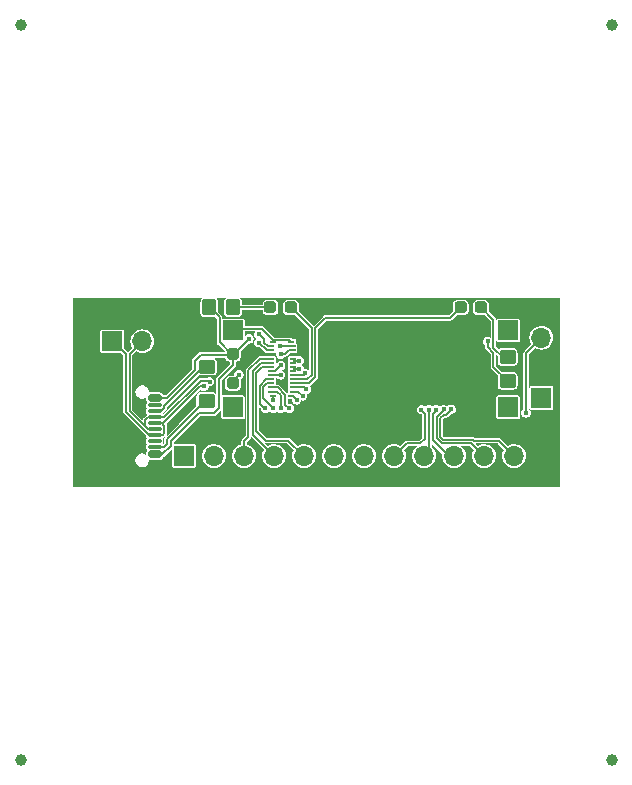
<source format=gtl>
G04 #@! TF.GenerationSoftware,KiCad,Pcbnew,8.0.7*
G04 #@! TF.CreationDate,2025-01-11T17:44:09-05:00*
G04 #@! TF.ProjectId,panel,70616e65-6c2e-46b6-9963-61645f706362,rev?*
G04 #@! TF.SameCoordinates,Original*
G04 #@! TF.FileFunction,Copper,L1,Top*
G04 #@! TF.FilePolarity,Positive*
%FSLAX46Y46*%
G04 Gerber Fmt 4.6, Leading zero omitted, Abs format (unit mm)*
G04 Created by KiCad (PCBNEW 8.0.7) date 2025-01-11 17:44:09*
%MOMM*%
%LPD*%
G01*
G04 APERTURE LIST*
G04 Aperture macros list*
%AMRoundRect*
0 Rectangle with rounded corners*
0 $1 Rounding radius*
0 $2 $3 $4 $5 $6 $7 $8 $9 X,Y pos of 4 corners*
0 Add a 4 corners polygon primitive as box body*
4,1,4,$2,$3,$4,$5,$6,$7,$8,$9,$2,$3,0*
0 Add four circle primitives for the rounded corners*
1,1,$1+$1,$2,$3*
1,1,$1+$1,$4,$5*
1,1,$1+$1,$6,$7*
1,1,$1+$1,$8,$9*
0 Add four rect primitives between the rounded corners*
20,1,$1+$1,$2,$3,$4,$5,0*
20,1,$1+$1,$4,$5,$6,$7,0*
20,1,$1+$1,$6,$7,$8,$9,0*
20,1,$1+$1,$8,$9,$2,$3,0*%
G04 Aperture macros list end*
G04 #@! TA.AperFunction,SMDPad,CuDef*
%ADD10C,1.000000*%
G04 #@! TD*
G04 #@! TA.AperFunction,ComponentPad*
%ADD11R,1.700000X1.700000*%
G04 #@! TD*
G04 #@! TA.AperFunction,ComponentPad*
%ADD12O,1.700000X1.700000*%
G04 #@! TD*
G04 #@! TA.AperFunction,SMDPad,CuDef*
%ADD13RoundRect,0.250000X0.450000X-0.350000X0.450000X0.350000X-0.450000X0.350000X-0.450000X-0.350000X0*%
G04 #@! TD*
G04 #@! TA.AperFunction,SMDPad,CuDef*
%ADD14RoundRect,0.237500X0.287500X0.237500X-0.287500X0.237500X-0.287500X-0.237500X0.287500X-0.237500X0*%
G04 #@! TD*
G04 #@! TA.AperFunction,SMDPad,CuDef*
%ADD15RoundRect,0.250000X-0.350000X-0.450000X0.350000X-0.450000X0.350000X0.450000X-0.350000X0.450000X0*%
G04 #@! TD*
G04 #@! TA.AperFunction,SMDPad,CuDef*
%ADD16RoundRect,0.237500X-0.287500X-0.237500X0.287500X-0.237500X0.287500X0.237500X-0.287500X0.237500X0*%
G04 #@! TD*
G04 #@! TA.AperFunction,SMDPad,CuDef*
%ADD17RoundRect,0.250000X0.250000X-0.250000X0.250000X0.250000X-0.250000X0.250000X-0.250000X-0.250000X0*%
G04 #@! TD*
G04 #@! TA.AperFunction,SMDPad,CuDef*
%ADD18R,0.485000X0.180000*%
G04 #@! TD*
G04 #@! TA.AperFunction,SMDPad,CuDef*
%ADD19R,0.535000X0.230000*%
G04 #@! TD*
G04 #@! TA.AperFunction,SMDPad,CuDef*
%ADD20RoundRect,0.150000X-0.425000X0.150000X-0.425000X-0.150000X0.425000X-0.150000X0.425000X0.150000X0*%
G04 #@! TD*
G04 #@! TA.AperFunction,SMDPad,CuDef*
%ADD21RoundRect,0.075000X-0.500000X0.075000X-0.500000X-0.075000X0.500000X-0.075000X0.500000X0.075000X0*%
G04 #@! TD*
G04 #@! TA.AperFunction,ComponentPad*
%ADD22O,2.100000X1.000000*%
G04 #@! TD*
G04 #@! TA.AperFunction,ComponentPad*
%ADD23O,1.800000X1.000000*%
G04 #@! TD*
G04 #@! TA.AperFunction,ViaPad*
%ADD24C,0.450000*%
G04 #@! TD*
G04 #@! TA.AperFunction,Conductor*
%ADD25C,0.200000*%
G04 #@! TD*
G04 #@! TA.AperFunction,Conductor*
%ADD26C,0.150000*%
G04 #@! TD*
G04 APERTURE END LIST*
D10*
G04 #@! TO.P,KiKit_FID_T_3,*
G04 #@! TO.N,*
X10000000Y-66150000D03*
G04 #@! TD*
D11*
G04 #@! TO.P,J3,1,Pin_1*
G04 #@! TO.N,Board_0-/D+*
X17730000Y-30670000D03*
D12*
G04 #@! TO.P,J3,2,Pin_2*
G04 #@! TO.N,Board_0-/D-*
X20270000Y-30670000D03*
G04 #@! TD*
D10*
G04 #@! TO.P,KiKit_FID_T_2,*
G04 #@! TO.N,*
X60000000Y-3850000D03*
G04 #@! TD*
D13*
G04 #@! TO.P,R1,1*
G04 #@! TO.N,Board_0-Net-(P1-CC1)*
X25740000Y-32810000D03*
G04 #@! TO.P,R1,2*
G04 #@! TO.N,Board_0-GND*
X25740000Y-30810000D03*
G04 #@! TD*
D14*
G04 #@! TO.P,D2,1,K*
G04 #@! TO.N,Board_0-/LAMP_FRONT*
X32875000Y-27800000D03*
G04 #@! TO.P,D2,2,A*
G04 #@! TO.N,Board_0-Net-(D2-A)*
X31125000Y-27800000D03*
G04 #@! TD*
D15*
G04 #@! TO.P,R3,1*
G04 #@! TO.N,Board_0-+5V*
X25950000Y-27790000D03*
G04 #@! TO.P,R3,2*
G04 #@! TO.N,Board_0-Net-(D2-A)*
X27950000Y-27790000D03*
G04 #@! TD*
D16*
G04 #@! TO.P,D3,1,K*
G04 #@! TO.N,Board_0-/LAMP_REAR*
X47225000Y-27800000D03*
G04 #@! TO.P,D3,2,A*
G04 #@! TO.N,Board_0-Net-(D3-A)*
X48975000Y-27800000D03*
G04 #@! TD*
D10*
G04 #@! TO.P,KiKit_FID_T_4,*
G04 #@! TO.N,*
X60000000Y-66150000D03*
G04 #@! TD*
D17*
G04 #@! TO.P,D1,1,K*
G04 #@! TO.N,Board_0-VDC*
X27950000Y-34230000D03*
G04 #@! TO.P,D1,2,A*
G04 #@! TO.N,Board_0-+5V*
X27950000Y-31730000D03*
G04 #@! TD*
D13*
G04 #@! TO.P,R4,1*
G04 #@! TO.N,Board_0-+5V*
X51200000Y-34010000D03*
G04 #@! TO.P,R4,2*
G04 #@! TO.N,Board_0-Net-(D3-A)*
X51200000Y-32010000D03*
G04 #@! TD*
D18*
G04 #@! TO.P,J1,1,1*
G04 #@! TO.N,Board_0-/D+*
X33007000Y-31075000D03*
G04 #@! TO.P,J1,2,2*
G04 #@! TO.N,Board_0-/D-*
X33007000Y-31425000D03*
G04 #@! TO.P,J1,3,3*
G04 #@! TO.N,Board_0-GND*
X33007000Y-31775000D03*
G04 #@! TO.P,J1,4,4*
G04 #@! TO.N,Board_0-/MOTOR_B*
X33007000Y-32125000D03*
G04 #@! TO.P,J1,5,5*
X33007000Y-32475000D03*
G04 #@! TO.P,J1,6,6*
G04 #@! TO.N,Board_0-/MOTOR_A*
X33007000Y-32825000D03*
G04 #@! TO.P,J1,7,7*
X33007000Y-33175000D03*
G04 #@! TO.P,J1,8,8*
G04 #@! TO.N,Board_0-/CAP+*
X33007000Y-33525000D03*
G04 #@! TO.P,J1,9,9*
G04 #@! TO.N,Board_0-/LAMP_FRONT*
X33007000Y-33875000D03*
G04 #@! TO.P,J1,10,10*
G04 #@! TO.N,Board_0-/LAMP_REAR*
X33007000Y-34225000D03*
G04 #@! TO.P,J1,11,11*
G04 #@! TO.N,Board_0-/AUX1 (VDC)*
X33007000Y-34575000D03*
G04 #@! TO.P,J1,12,12*
G04 #@! TO.N,Board_0-/AUX2 (VDC)*
X33007000Y-34925000D03*
G04 #@! TO.P,J1,13,13*
G04 #@! TO.N,Board_0-/AUX8 (VDC)*
X31192000Y-34925000D03*
G04 #@! TO.P,J1,14,14*
G04 #@! TO.N,Board_0-/AUX7 (VDC)*
X31192000Y-34575000D03*
G04 #@! TO.P,J1,15,15*
G04 #@! TO.N,Board_0-/AUX6 (VDC)*
X31192000Y-34225000D03*
G04 #@! TO.P,J1,16,16*
G04 #@! TO.N,Board_0-/AUX5 (VDC)*
X31192000Y-33875000D03*
G04 #@! TO.P,J1,17,17*
G04 #@! TO.N,Board_0-VDC*
X31192000Y-33525000D03*
G04 #@! TO.P,J1,18,18*
G04 #@! TO.N,Board_0-VCC*
X31192000Y-33175000D03*
G04 #@! TO.P,J1,19,19*
G04 #@! TO.N,Board_0-/AUX10*
X31192000Y-32825000D03*
G04 #@! TO.P,J1,20,20*
G04 #@! TO.N,Board_0-/AUX4*
X31192000Y-32475000D03*
G04 #@! TO.P,J1,21,21*
G04 #@! TO.N,Board_0-/AUX3*
X31192000Y-32125000D03*
G04 #@! TO.P,J1,22,22*
G04 #@! TO.N,Board_0-GND*
X31192000Y-31775000D03*
G04 #@! TO.P,J1,23,23*
G04 #@! TO.N,Board_0-/AUX11*
X31192000Y-31425000D03*
G04 #@! TO.P,J1,24,24*
G04 #@! TO.N,Board_0-/AUX12*
X31192000Y-31075000D03*
D19*
G04 #@! TO.P,J1,X1A,X1A*
G04 #@! TO.N,Board_0-/TRACK_LEFT*
X32868000Y-30700000D03*
G04 #@! TO.P,J1,X1B,X1B*
X31332000Y-30700000D03*
G04 #@! TO.P,J1,X2A,X2A*
G04 #@! TO.N,Board_0-/TRACK_RIGHT*
X32868000Y-35300000D03*
G04 #@! TO.P,J1,X2B,X2B*
X31332000Y-35300000D03*
G04 #@! TD*
D20*
G04 #@! TO.P,P1,A1,GND*
G04 #@! TO.N,Board_0-GND*
X21340000Y-34650000D03*
G04 #@! TO.P,P1,A4,VBUS*
G04 #@! TO.N,Board_0-+5V*
X21340000Y-35450000D03*
D21*
G04 #@! TO.P,P1,A5,CC1*
G04 #@! TO.N,Board_0-Net-(P1-CC1)*
X21340000Y-36600000D03*
G04 #@! TO.P,P1,A6,D+*
G04 #@! TO.N,Board_0-/D+*
X21340000Y-37600000D03*
G04 #@! TO.P,P1,A7,D-*
G04 #@! TO.N,Board_0-/D-*
X21340000Y-38100000D03*
G04 #@! TO.P,P1,A8,SBU1*
G04 #@! TO.N,Board_0-unconnected-(P1-SBU1-PadA8)*
X21340000Y-39100000D03*
D20*
G04 #@! TO.P,P1,A9,VBUS*
G04 #@! TO.N,Board_0-+5V*
X21340000Y-40250000D03*
G04 #@! TO.P,P1,A12,GND*
G04 #@! TO.N,Board_0-GND*
X21340000Y-41050000D03*
G04 #@! TO.P,P1,B1,GND*
X21340000Y-41050000D03*
G04 #@! TO.P,P1,B4,VBUS*
G04 #@! TO.N,Board_0-+5V*
X21340000Y-40250000D03*
D21*
G04 #@! TO.P,P1,B5,CC2*
G04 #@! TO.N,Board_0-Net-(P1-CC2)*
X21340000Y-39600000D03*
G04 #@! TO.P,P1,B6,D+*
G04 #@! TO.N,Board_0-/D+*
X21340000Y-38600000D03*
G04 #@! TO.P,P1,B7,D-*
G04 #@! TO.N,Board_0-/D-*
X21340000Y-37100000D03*
G04 #@! TO.P,P1,B8,SBU2*
G04 #@! TO.N,Board_0-unconnected-(P1-SBU2-PadB8)*
X21340000Y-36100000D03*
D20*
G04 #@! TO.P,P1,B9,VBUS*
G04 #@! TO.N,Board_0-+5V*
X21340000Y-35450000D03*
G04 #@! TO.P,P1,B12,GND*
G04 #@! TO.N,Board_0-GND*
X21340000Y-34650000D03*
D22*
G04 #@! TO.P,P1,S1,SHIELD*
X20765000Y-33530000D03*
D23*
X16585000Y-33530000D03*
D22*
X20765000Y-42170000D03*
D23*
X16585000Y-42170000D03*
G04 #@! TD*
D11*
G04 #@! TO.P,J4,1,Pin_1*
G04 #@! TO.N,Board_0-/AUX1 (VDC)*
X23800000Y-40380000D03*
D12*
G04 #@! TO.P,J4,2,Pin_2*
G04 #@! TO.N,Board_0-/AUX2 (VDC)*
X26340000Y-40380000D03*
G04 #@! TO.P,J4,3,Pin_3*
G04 #@! TO.N,Board_0-/AUX3*
X28880000Y-40380000D03*
G04 #@! TO.P,J4,4,Pin_4*
G04 #@! TO.N,Board_0-/AUX4*
X31420000Y-40380000D03*
G04 #@! TO.P,J4,5,Pin_5*
G04 #@! TO.N,Board_0-/AUX10*
X33960000Y-40380000D03*
G04 #@! TO.P,J4,6,Pin_6*
G04 #@! TO.N,Board_0-/AUX11*
X36500000Y-40380000D03*
G04 #@! TO.P,J4,7,Pin_7*
G04 #@! TO.N,Board_0-/AUX12*
X39040000Y-40380000D03*
G04 #@! TO.P,J4,8,Pin_8*
G04 #@! TO.N,Board_0-/CAP+*
X41580000Y-40380000D03*
G04 #@! TO.P,J4,9,Pin_9*
G04 #@! TO.N,Board_0-/MOTOR_A*
X44120000Y-40380000D03*
G04 #@! TO.P,J4,10,Pin_10*
G04 #@! TO.N,Board_0-/MOTOR_B*
X46660000Y-40380000D03*
G04 #@! TO.P,J4,11,Pin_11*
G04 #@! TO.N,Board_0-VDC*
X49200000Y-40380000D03*
G04 #@! TO.P,J4,12,Pin_12*
G04 #@! TO.N,Board_0-VCC*
X51740000Y-40380000D03*
G04 #@! TO.P,J4,13,Pin_13*
G04 #@! TO.N,Board_0-GND*
X54280000Y-40380000D03*
G04 #@! TD*
D10*
G04 #@! TO.P,KiKit_FID_T_1,*
G04 #@! TO.N,*
X10000000Y-3850000D03*
G04 #@! TD*
D13*
G04 #@! TO.P,R2,1*
G04 #@! TO.N,Board_0-GND*
X25710000Y-37730000D03*
G04 #@! TO.P,R2,2*
G04 #@! TO.N,Board_0-Net-(P1-CC2)*
X25710000Y-35730000D03*
G04 #@! TD*
D11*
G04 #@! TO.P,J2,1,Pin_1*
G04 #@! TO.N,Board_0-/AUX11*
X54050000Y-35450000D03*
D12*
G04 #@! TO.P,J2,2,Pin_2*
G04 #@! TO.N,Board_0-GND*
X54050000Y-32910000D03*
G04 #@! TO.P,J2,3,Pin_3*
G04 #@! TO.N,Board_0-/AUX12*
X54050000Y-30370000D03*
G04 #@! TD*
D11*
G04 #@! TO.P,J8,1,Pin_1*
G04 #@! TO.N,Board_0-/TRACK_LEFT*
X51250000Y-29750000D03*
X27950000Y-29750000D03*
G04 #@! TO.P,J8,2,Pin_2*
G04 #@! TO.N,Board_0-/TRACK_RIGHT*
X51250000Y-36250000D03*
X27950000Y-36250000D03*
G04 #@! TD*
D24*
G04 #@! TO.N,Board_0-+5V*
X29290000Y-30460000D03*
X49500000Y-30670000D03*
G04 #@! TO.N,Board_0-/AUX1 (VDC)*
X34150000Y-34730000D03*
G04 #@! TO.N,Board_0-/AUX11*
X30120000Y-30780000D03*
G04 #@! TO.N,Board_0-/AUX12*
X52760000Y-36730000D03*
X30120000Y-30080000D03*
G04 #@! TO.N,Board_0-/AUX2 (VDC)*
X33846481Y-35278041D03*
G04 #@! TO.N,Board_0-/AUX5 (VDC)*
X30690000Y-36340000D03*
G04 #@! TO.N,Board_0-/AUX6 (VDC)*
X31364997Y-36350000D03*
G04 #@! TO.N,Board_0-/AUX7 (VDC)*
X32700000Y-36340000D03*
G04 #@! TO.N,Board_0-/AUX8 (VDC)*
X31990000Y-36350000D03*
G04 #@! TO.N,Board_0-/CAP+*
X34070000Y-33390000D03*
X43910000Y-36450000D03*
G04 #@! TO.N,Board_0-/D+*
X31970000Y-31070000D03*
X25480000Y-34470000D03*
G04 #@! TO.N,Board_0-/D-*
X25966724Y-34077917D03*
X31980000Y-31740000D03*
G04 #@! TO.N,Board_0-/MOTOR_A*
X33540000Y-33010000D03*
X44535003Y-36450000D03*
G04 #@! TO.N,Board_0-/MOTOR_B*
X45160006Y-36450000D03*
X33550000Y-32300000D03*
G04 #@! TO.N,Board_0-/TRACK_RIGHT*
X33330000Y-35630000D03*
X31330000Y-35630000D03*
G04 #@! TO.N,Board_0-GND*
X24500000Y-35940000D03*
X33840000Y-30950000D03*
X33610000Y-36310000D03*
X29720000Y-31890000D03*
G04 #@! TO.N,Board_0-VCC*
X31990000Y-32710000D03*
X46409843Y-36429519D03*
G04 #@! TO.N,Board_0-VDC*
X28450000Y-33490000D03*
X45784922Y-36439585D03*
X31980000Y-33510000D03*
G04 #@! TD*
D25*
G04 #@! TO.N,Board_0-+5V*
X24700000Y-32330000D02*
X24700000Y-33090000D01*
D26*
X49500000Y-31149264D02*
X50000000Y-31649264D01*
X27780000Y-31730000D02*
X26810000Y-30760000D01*
X27950000Y-31730000D02*
X27780000Y-31730000D01*
D25*
X27950000Y-31730000D02*
X27860000Y-31820000D01*
X27860000Y-31820000D02*
X25210000Y-31820000D01*
X26790000Y-33820000D02*
X26790000Y-36290000D01*
X22340000Y-35450000D02*
X21340000Y-35450000D01*
D26*
X26810000Y-30760000D02*
X26810000Y-28650000D01*
X50000000Y-32810000D02*
X51200000Y-34010000D01*
X49500000Y-30670000D02*
X49500000Y-31149264D01*
D25*
X24700000Y-33090000D02*
X22340000Y-35450000D01*
D26*
X50000000Y-31649264D02*
X50000000Y-32810000D01*
X28020000Y-31730000D02*
X27950000Y-31730000D01*
D25*
X26370000Y-36710000D02*
X25079620Y-36710000D01*
X25210000Y-31820000D02*
X24700000Y-32330000D01*
D26*
X26810000Y-28650000D02*
X25950000Y-27790000D01*
D25*
X25079620Y-36710000D02*
X22665000Y-39124620D01*
X27950000Y-32660000D02*
X26790000Y-33820000D01*
D26*
X29290000Y-30460000D02*
X28020000Y-31730000D01*
D25*
X27950000Y-31730000D02*
X27950000Y-32660000D01*
X22665000Y-39504620D02*
X21919620Y-40250000D01*
X21919620Y-40250000D02*
X21340000Y-40250000D01*
X26790000Y-36290000D02*
X26370000Y-36710000D01*
X22665000Y-39124620D02*
X22665000Y-39504620D01*
D26*
G04 #@! TO.N,Board_0-/AUX1 (VDC)*
X34150000Y-34730000D02*
X33995000Y-34575000D01*
X33995000Y-34575000D02*
X33007000Y-34575000D01*
G04 #@! TO.N,Board_0-/AUX10*
X30718528Y-39070000D02*
X32650000Y-39070000D01*
X29920329Y-33313935D02*
X29920329Y-38271801D01*
X29920329Y-38271801D02*
X30718528Y-39070000D01*
X32650000Y-39070000D02*
X33960000Y-40380000D01*
X30409264Y-32825000D02*
X29920329Y-33313935D01*
X31192000Y-32825000D02*
X30409264Y-32825000D01*
G04 #@! TO.N,Board_0-/AUX11*
X30155236Y-30780000D02*
X30800236Y-31425000D01*
X30800236Y-31425000D02*
X31192000Y-31425000D01*
X30120000Y-30780000D02*
X30155236Y-30780000D01*
G04 #@! TO.N,Board_0-/AUX12*
X52760000Y-31660000D02*
X54050000Y-30370000D01*
X30600000Y-30800500D02*
X30874500Y-31075000D01*
X52760000Y-36730000D02*
X52760000Y-31660000D01*
X30120000Y-30080000D02*
X30191752Y-30080000D01*
X30600000Y-30488248D02*
X30600000Y-30800500D01*
X30874500Y-31075000D02*
X31192000Y-31075000D01*
X30191752Y-30080000D02*
X30600000Y-30488248D01*
G04 #@! TO.N,Board_0-/AUX2 (VDC)*
X33846481Y-35278041D02*
X33493440Y-34925000D01*
X33493440Y-34925000D02*
X33007000Y-34925000D01*
G04 #@! TO.N,Board_0-/AUX3*
X29256992Y-33128744D02*
X30260736Y-32125000D01*
X30260736Y-32125000D02*
X31192000Y-32125000D01*
X29256992Y-38753008D02*
X29256992Y-33128744D01*
X28880000Y-40380000D02*
X28880000Y-39130000D01*
X28880000Y-39130000D02*
X29256992Y-38753008D01*
G04 #@! TO.N,Board_0-/AUX4*
X31420000Y-40380000D02*
X29620329Y-38580329D01*
X29620329Y-38580329D02*
X29620329Y-33189671D01*
X30335000Y-32475000D02*
X31192000Y-32475000D01*
X29620329Y-33189671D02*
X30335000Y-32475000D01*
G04 #@! TO.N,Board_0-/AUX5 (VDC)*
X30613984Y-36340000D02*
X30220329Y-35946345D01*
X30220329Y-34435407D02*
X30780736Y-33875000D01*
X30780736Y-33875000D02*
X31192000Y-33875000D01*
X30690000Y-36340000D02*
X30613984Y-36340000D01*
X30220329Y-35946345D02*
X30220329Y-34435407D01*
G04 #@! TO.N,Board_0-/AUX6 (VDC)*
X30855000Y-34225000D02*
X31192000Y-34225000D01*
X31364997Y-36336749D02*
X30520329Y-35492081D01*
X30520329Y-35492081D02*
X30520329Y-34559671D01*
X30520329Y-34559671D02*
X30855000Y-34225000D01*
X31364997Y-36350000D02*
X31364997Y-36336749D01*
G04 #@! TO.N,Board_0-/AUX7 (VDC)*
X32380000Y-36020000D02*
X32380000Y-35644500D01*
X32700000Y-36340000D02*
X32380000Y-36020000D01*
X32380000Y-35644500D02*
X32375500Y-35640000D01*
X32375500Y-35640000D02*
X32375500Y-35201236D01*
X31749264Y-34575000D02*
X31192000Y-34575000D01*
X32375500Y-35201236D02*
X31749264Y-34575000D01*
G04 #@! TO.N,Board_0-/AUX8 (VDC)*
X31990000Y-36350000D02*
X31990000Y-35240000D01*
X31990000Y-35240000D02*
X31675000Y-34925000D01*
X31675000Y-34925000D02*
X31192000Y-34925000D01*
G04 #@! TO.N,Board_0-/CAP+*
X33935000Y-33525000D02*
X33007000Y-33525000D01*
X41590000Y-40380000D02*
X41580000Y-40380000D01*
X42670000Y-39300000D02*
X41590000Y-40380000D01*
X44210003Y-36796752D02*
X44210003Y-38899997D01*
X43910000Y-36450000D02*
X43910000Y-36496749D01*
X34070000Y-33390000D02*
X33935000Y-33525000D01*
X43910000Y-36496749D02*
X44210003Y-36796752D01*
X44210003Y-38899997D02*
X43810000Y-39300000D01*
X43810000Y-39300000D02*
X42670000Y-39300000D01*
G04 #@! TO.N,Board_0-/D+*
X33002000Y-31070000D02*
X33007000Y-31075000D01*
X20838656Y-38600000D02*
X21340000Y-38600000D01*
X22140000Y-38470000D02*
X22010000Y-38600000D01*
X31970000Y-31070000D02*
X33002000Y-31070000D01*
X18900000Y-31750000D02*
X18900000Y-36661344D01*
X21914999Y-37600000D02*
X22140000Y-37825001D01*
X22140000Y-37825001D02*
X22140000Y-38470000D01*
X17730000Y-30670000D02*
X17820000Y-30670000D01*
X18900000Y-36661344D02*
X20838656Y-38600000D01*
X25152512Y-34470000D02*
X22022512Y-37600000D01*
X22022512Y-37600000D02*
X21914999Y-37600000D01*
X22010000Y-38600000D02*
X21340000Y-38600000D01*
X21340000Y-37600000D02*
X21914999Y-37600000D01*
X17820000Y-30670000D02*
X18900000Y-31750000D01*
X25480000Y-34470000D02*
X25152512Y-34470000D01*
G04 #@! TO.N,Board_0-/D-*
X21340000Y-38100000D02*
X20765001Y-38100000D01*
X20762920Y-38100000D02*
X21340000Y-38100000D01*
X19200000Y-36537080D02*
X20762920Y-38100000D01*
X25203248Y-33995000D02*
X22098248Y-37100000D01*
X20540000Y-37874999D02*
X20540000Y-37320000D01*
X32377876Y-31740000D02*
X32692876Y-31425000D01*
X31980000Y-31740000D02*
X32377876Y-31740000D01*
X20270000Y-30670000D02*
X19200000Y-31740000D01*
X25966724Y-34077917D02*
X25883807Y-33995000D01*
X20765001Y-38100000D02*
X20540000Y-37874999D01*
X32692876Y-31425000D02*
X33007000Y-31425000D01*
X20540000Y-37320000D02*
X20760000Y-37100000D01*
X20760000Y-37100000D02*
X21340000Y-37100000D01*
X22098248Y-37100000D02*
X21340000Y-37100000D01*
X19200000Y-31740000D02*
X19200000Y-36537080D01*
X25883807Y-33995000D02*
X25203248Y-33995000D01*
G04 #@! TO.N,Board_0-/LAMP_FRONT*
X34256752Y-33875000D02*
X34610000Y-33521752D01*
X33007000Y-33875000D02*
X34256752Y-33875000D01*
X34610000Y-29520000D02*
X32890000Y-27800000D01*
X34610000Y-33521752D02*
X34610000Y-29520000D01*
X32890000Y-27800000D02*
X32875000Y-27800000D01*
G04 #@! TO.N,Board_0-/LAMP_REAR*
X46325000Y-28700000D02*
X47225000Y-27800000D01*
X34910000Y-33700000D02*
X34910000Y-29520000D01*
X34385000Y-34225000D02*
X34910000Y-33700000D01*
X34910000Y-29520000D02*
X35730000Y-28700000D01*
X35730000Y-28700000D02*
X46325000Y-28700000D01*
X33007000Y-34225000D02*
X34385000Y-34225000D01*
D25*
G04 #@! TO.N,Board_0-/MOTOR_A*
X33192000Y-33010000D02*
X33172000Y-33010000D01*
X33172000Y-33010000D02*
X33007000Y-33175000D01*
X44535003Y-39964997D02*
X44120000Y-40380000D01*
X44535003Y-36450000D02*
X44535003Y-39964997D01*
X33192000Y-33010000D02*
X33007000Y-32825000D01*
X33540000Y-33010000D02*
X33192000Y-33010000D01*
G04 #@! TO.N,Board_0-/MOTOR_B*
X33550000Y-32300000D02*
X33182000Y-32300000D01*
X45160006Y-36450000D02*
X45160006Y-36532104D01*
X33182000Y-32300000D02*
X33007000Y-32475000D01*
X44885003Y-39055003D02*
X46210000Y-40380000D01*
X45160006Y-36532104D02*
X44885003Y-36807107D01*
X44885003Y-36807107D02*
X44885003Y-39055003D01*
X46210000Y-40380000D02*
X46660000Y-40380000D01*
X33182000Y-32300000D02*
X33007000Y-32125000D01*
D26*
G04 #@! TO.N,Board_0-/TRACK_LEFT*
X32868000Y-30700000D02*
X32748000Y-30580000D01*
X32748000Y-30580000D02*
X31380000Y-30580000D01*
X31380000Y-30580000D02*
X30400000Y-29600000D01*
X27950000Y-29750000D02*
X28100000Y-29600000D01*
X30400000Y-29600000D02*
X31332000Y-30532000D01*
X28100000Y-29600000D02*
X30400000Y-29600000D01*
X31332000Y-30532000D02*
X31332000Y-30700000D01*
G04 #@! TO.N,Board_0-/TRACK_RIGHT*
X33000000Y-35300000D02*
X32868000Y-35300000D01*
X31330000Y-35630000D02*
X31332000Y-35628000D01*
X31332000Y-35628000D02*
X31332000Y-35300000D01*
X33330000Y-35630000D02*
X33000000Y-35300000D01*
G04 #@! TO.N,Board_0-GND*
X29835000Y-31775000D02*
X31192000Y-31775000D01*
X29720000Y-31890000D02*
X29835000Y-31775000D01*
X33840000Y-30950000D02*
X33840000Y-31390000D01*
X33840000Y-31390000D02*
X33455000Y-31775000D01*
X33455000Y-31775000D02*
X33007000Y-31775000D01*
G04 #@! TO.N,Board_0-Net-(D2-A)*
X27950000Y-27790000D02*
X27960000Y-27800000D01*
X27960000Y-27800000D02*
X31125000Y-27800000D01*
G04 #@! TO.N,Board_0-Net-(D3-A)*
X50000000Y-28825000D02*
X50000000Y-31225000D01*
X50785000Y-32010000D02*
X51200000Y-32010000D01*
X50000000Y-31225000D02*
X50785000Y-32010000D01*
X48975000Y-27800000D02*
X50000000Y-28825000D01*
G04 #@! TO.N,Board_0-Net-(P1-CC1)*
X25439620Y-32810000D02*
X25740000Y-32810000D01*
X21841344Y-36600000D02*
X22140000Y-36301344D01*
X22140000Y-36301344D02*
X22140000Y-36109620D01*
X22140000Y-36109620D02*
X25439620Y-32810000D01*
X21340000Y-36600000D02*
X21841344Y-36600000D01*
G04 #@! TO.N,Board_0-Net-(P1-CC2)*
X22340000Y-38990001D02*
X22490000Y-38840000D01*
X21340000Y-39600000D02*
X22110000Y-39600000D01*
X22490000Y-38840000D02*
X25600000Y-35730000D01*
X25600000Y-35730000D02*
X25710000Y-35730000D01*
X22340000Y-39370000D02*
X22340000Y-38990001D01*
X22110000Y-39600000D02*
X22340000Y-39370000D01*
G04 #@! TO.N,Board_0-VCC*
X45791437Y-36914585D02*
X45510003Y-37196019D01*
X45510003Y-38765739D02*
X45744264Y-39000000D01*
X45744264Y-39000000D02*
X48244264Y-39000000D01*
X45981674Y-36914585D02*
X45791437Y-36914585D01*
X31990000Y-32710000D02*
X31525000Y-33175000D01*
X45510003Y-37196019D02*
X45510003Y-38765739D01*
X46409843Y-36486416D02*
X45981674Y-36914585D01*
X48334264Y-39090000D02*
X50450000Y-39090000D01*
X48244264Y-39000000D02*
X48334264Y-39090000D01*
X50450000Y-39090000D02*
X51740000Y-40380000D01*
X31525000Y-33175000D02*
X31192000Y-33175000D01*
X46409843Y-36429519D02*
X46409843Y-36486416D01*
G04 #@! TO.N,Board_0-VDC*
X45210003Y-37071755D02*
X45210003Y-38890003D01*
X48120000Y-39300000D02*
X49200000Y-40380000D01*
X45784922Y-36496836D02*
X45210003Y-37071755D01*
X27950000Y-33990000D02*
X27950000Y-34230000D01*
X31980000Y-33510000D02*
X31965000Y-33525000D01*
X45784922Y-36439585D02*
X45784922Y-36496836D01*
X31965000Y-33525000D02*
X31192000Y-33525000D01*
X45210003Y-38890003D02*
X45620000Y-39300000D01*
X45620000Y-39300000D02*
X48120000Y-39300000D01*
X28450000Y-33490000D02*
X27950000Y-33990000D01*
G04 #@! TD*
G04 #@! TA.AperFunction,Conductor*
G04 #@! TO.N,Board_0-GND*
G36*
X25332138Y-27007529D02*
G01*
X25339167Y-27024500D01*
X25332138Y-27041469D01*
X25271950Y-27101658D01*
X25271947Y-27101661D01*
X25214354Y-27214693D01*
X25199500Y-27308483D01*
X25199500Y-28271515D01*
X25214354Y-28365306D01*
X25271947Y-28478338D01*
X25271948Y-28478339D01*
X25271950Y-28478342D01*
X25361658Y-28568050D01*
X25361660Y-28568051D01*
X25361661Y-28568052D01*
X25474693Y-28625645D01*
X25474694Y-28625645D01*
X25474696Y-28625646D01*
X25568481Y-28640500D01*
X26331518Y-28640499D01*
X26425304Y-28625646D01*
X26437217Y-28619576D01*
X26455529Y-28618134D01*
X26465084Y-28623989D01*
X26577471Y-28736376D01*
X26584500Y-28753347D01*
X26584500Y-30713203D01*
X26584499Y-30713217D01*
X26584499Y-30804855D01*
X26596779Y-30834500D01*
X26596779Y-30834501D01*
X26618828Y-30887733D01*
X26618829Y-30887734D01*
X26618830Y-30887736D01*
X26682264Y-30951170D01*
X26682265Y-30951170D01*
X27259624Y-31528529D01*
X27266653Y-31545500D01*
X27259624Y-31562471D01*
X27242653Y-31569500D01*
X25160170Y-31569500D01*
X25068104Y-31607634D01*
X24997635Y-31678102D01*
X24997636Y-31678103D01*
X24997635Y-31678104D01*
X24558103Y-32117635D01*
X24558103Y-32117636D01*
X24558102Y-32117635D01*
X24487634Y-32188104D01*
X24449500Y-32280170D01*
X24449500Y-32976297D01*
X24442471Y-32993268D01*
X22243268Y-35192471D01*
X22226297Y-35199500D01*
X22064752Y-35199500D01*
X22047781Y-35192471D01*
X22042797Y-35185194D01*
X22041446Y-35182135D01*
X22017206Y-35127235D01*
X21937765Y-35047794D01*
X21937763Y-35047793D01*
X21937762Y-35047792D01*
X21834991Y-35002415D01*
X21834990Y-35002414D01*
X21809865Y-34999500D01*
X20870137Y-34999500D01*
X20870135Y-34999501D01*
X20867259Y-34999834D01*
X20849593Y-34994802D01*
X20840659Y-34978752D01*
X20840500Y-34975993D01*
X20840500Y-34884235D01*
X20838158Y-34875492D01*
X20801281Y-34737865D01*
X20725515Y-34606635D01*
X20618365Y-34499485D01*
X20487135Y-34423719D01*
X20487134Y-34423718D01*
X20487133Y-34423718D01*
X20394338Y-34398854D01*
X20340766Y-34384500D01*
X20189234Y-34384500D01*
X20150016Y-34395008D01*
X20042866Y-34423718D01*
X19911635Y-34499485D01*
X19804485Y-34606635D01*
X19728718Y-34737866D01*
X19706664Y-34820175D01*
X19689500Y-34884234D01*
X19689500Y-35035766D01*
X19699670Y-35073722D01*
X19728436Y-35181082D01*
X19728719Y-35182135D01*
X19804485Y-35313365D01*
X19911635Y-35420515D01*
X20042865Y-35496281D01*
X20189234Y-35535500D01*
X20189235Y-35535500D01*
X20340765Y-35535500D01*
X20340766Y-35535500D01*
X20487135Y-35496281D01*
X20578501Y-35443529D01*
X20596711Y-35441133D01*
X20611285Y-35452315D01*
X20614500Y-35464315D01*
X20614500Y-35644862D01*
X20614501Y-35644867D01*
X20617414Y-35669989D01*
X20617415Y-35669991D01*
X20630886Y-35700500D01*
X20662793Y-35772764D01*
X20701720Y-35811692D01*
X20708749Y-35828662D01*
X20701719Y-35845633D01*
X20698084Y-35848617D01*
X20677424Y-35862422D01*
X20677421Y-35862425D01*
X20627583Y-35937012D01*
X20627582Y-35937014D01*
X20614500Y-36002784D01*
X20614500Y-36197209D01*
X20627582Y-36262985D01*
X20627583Y-36262987D01*
X20676814Y-36336666D01*
X20680398Y-36354682D01*
X20676814Y-36363334D01*
X20627583Y-36437012D01*
X20627582Y-36437014D01*
X20614500Y-36502784D01*
X20614500Y-36697209D01*
X20627582Y-36762985D01*
X20627583Y-36762987D01*
X20645018Y-36789080D01*
X20675708Y-36835011D01*
X20676814Y-36836665D01*
X20680398Y-36854681D01*
X20676814Y-36863333D01*
X20655874Y-36894672D01*
X20645104Y-36903511D01*
X20632263Y-36908830D01*
X20568829Y-36972263D01*
X20568830Y-36972264D01*
X20568829Y-36972265D01*
X20412265Y-37128829D01*
X20412264Y-37128830D01*
X20412263Y-37128829D01*
X20348828Y-37192265D01*
X20346781Y-37197209D01*
X20346781Y-37197211D01*
X20314498Y-37275145D01*
X20314038Y-37277461D01*
X20313419Y-37277338D01*
X20307470Y-37291703D01*
X20290499Y-37298732D01*
X20273528Y-37291703D01*
X19432529Y-36450704D01*
X19425500Y-36433733D01*
X19425500Y-31843346D01*
X19432528Y-31826376D01*
X19725942Y-31532961D01*
X19742912Y-31525933D01*
X19754221Y-31528765D01*
X19885273Y-31598814D01*
X20064830Y-31653282D01*
X20073871Y-31656025D01*
X20269995Y-31675341D01*
X20270000Y-31675341D01*
X20270005Y-31675341D01*
X20466128Y-31656025D01*
X20466130Y-31656024D01*
X20466132Y-31656024D01*
X20654727Y-31598814D01*
X20828538Y-31505910D01*
X20980883Y-31380883D01*
X21105910Y-31228538D01*
X21198814Y-31054727D01*
X21256024Y-30866132D01*
X21256024Y-30866130D01*
X21256025Y-30866128D01*
X21275341Y-30670004D01*
X21275341Y-30669995D01*
X21256025Y-30473871D01*
X21246731Y-30443233D01*
X21198814Y-30285273D01*
X21105910Y-30111462D01*
X21105903Y-30111453D01*
X20980890Y-29959125D01*
X20980887Y-29959122D01*
X20980883Y-29959117D01*
X20980877Y-29959112D01*
X20980874Y-29959109D01*
X20828546Y-29834096D01*
X20828542Y-29834094D01*
X20828538Y-29834090D01*
X20654727Y-29741186D01*
X20545185Y-29707956D01*
X20466128Y-29683974D01*
X20270005Y-29664659D01*
X20269995Y-29664659D01*
X20073871Y-29683974D01*
X19964326Y-29717205D01*
X19885273Y-29741186D01*
X19885269Y-29741187D01*
X19885269Y-29741188D01*
X19769399Y-29803122D01*
X19714383Y-29832529D01*
X19711464Y-29834089D01*
X19711453Y-29834096D01*
X19559125Y-29959109D01*
X19559109Y-29959125D01*
X19434096Y-30111453D01*
X19434091Y-30111460D01*
X19434090Y-30111462D01*
X19341186Y-30285273D01*
X19320186Y-30354499D01*
X19283974Y-30473871D01*
X19264659Y-30669995D01*
X19264659Y-30670004D01*
X19283974Y-30866128D01*
X19302909Y-30928546D01*
X19341186Y-31054727D01*
X19411231Y-31185773D01*
X19413032Y-31204053D01*
X19407036Y-31214057D01*
X19072265Y-31548829D01*
X19061971Y-31559123D01*
X19045000Y-31566152D01*
X19029048Y-31559545D01*
X19028939Y-31559691D01*
X19028935Y-31559688D01*
X19028515Y-31559324D01*
X19028029Y-31559123D01*
X19026371Y-31557465D01*
X19026364Y-31557459D01*
X18737529Y-31268624D01*
X18730500Y-31251653D01*
X18730500Y-29805183D01*
X18730499Y-29805175D01*
X18721767Y-29761277D01*
X18688505Y-29711498D01*
X18688504Y-29711496D01*
X18688277Y-29711344D01*
X18638722Y-29678232D01*
X18594824Y-29669500D01*
X18594820Y-29669500D01*
X16865180Y-29669500D01*
X16865175Y-29669500D01*
X16821277Y-29678232D01*
X16771498Y-29711494D01*
X16771494Y-29711498D01*
X16738232Y-29761277D01*
X16729500Y-29805175D01*
X16729500Y-31534824D01*
X16738232Y-31578722D01*
X16771344Y-31628277D01*
X16771496Y-31628504D01*
X16788165Y-31639642D01*
X16821277Y-31661767D01*
X16840039Y-31665499D01*
X16865180Y-31670500D01*
X18491653Y-31670500D01*
X18508624Y-31677529D01*
X18667471Y-31836376D01*
X18674500Y-31853347D01*
X18674500Y-36614547D01*
X18674499Y-36614561D01*
X18674499Y-36616489D01*
X18674499Y-36706199D01*
X18697853Y-36762580D01*
X18708830Y-36789080D01*
X18772264Y-36852514D01*
X18772265Y-36852514D01*
X20608743Y-38688992D01*
X20615311Y-38701282D01*
X20627582Y-38762984D01*
X20627583Y-38762987D01*
X20676814Y-38836666D01*
X20680398Y-38854682D01*
X20676814Y-38863334D01*
X20627583Y-38937012D01*
X20627582Y-38937014D01*
X20614500Y-39002784D01*
X20614500Y-39197209D01*
X20627582Y-39262985D01*
X20627583Y-39262987D01*
X20676814Y-39336666D01*
X20680398Y-39354682D01*
X20676814Y-39363334D01*
X20627583Y-39437012D01*
X20627582Y-39437014D01*
X20614500Y-39502784D01*
X20614500Y-39697209D01*
X20627582Y-39762985D01*
X20627583Y-39762987D01*
X20666649Y-39821453D01*
X20677423Y-39837577D01*
X20698084Y-39851382D01*
X20708289Y-39866655D01*
X20704705Y-39884671D01*
X20701721Y-39888307D01*
X20662793Y-39927235D01*
X20617415Y-40030008D01*
X20617414Y-40030009D01*
X20614500Y-40055133D01*
X20614500Y-40235683D01*
X20607471Y-40252654D01*
X20590500Y-40259683D01*
X20578500Y-40256468D01*
X20487133Y-40203718D01*
X20394338Y-40178854D01*
X20340766Y-40164500D01*
X20189234Y-40164500D01*
X20150016Y-40175008D01*
X20042866Y-40203718D01*
X19911635Y-40279485D01*
X19804485Y-40386635D01*
X19728718Y-40517866D01*
X19700008Y-40625016D01*
X19689500Y-40664234D01*
X19689500Y-40815766D01*
X19728719Y-40962135D01*
X19804485Y-41093365D01*
X19911635Y-41200515D01*
X20042865Y-41276281D01*
X20189234Y-41315500D01*
X20189235Y-41315500D01*
X20340765Y-41315500D01*
X20340766Y-41315500D01*
X20487135Y-41276281D01*
X20618365Y-41200515D01*
X20725515Y-41093365D01*
X20801281Y-40962135D01*
X20840500Y-40815766D01*
X20840500Y-40724007D01*
X20847529Y-40707036D01*
X20864500Y-40700007D01*
X20867262Y-40700166D01*
X20870135Y-40700500D01*
X21809864Y-40700499D01*
X21834991Y-40697585D01*
X21937765Y-40652206D01*
X22017206Y-40572765D01*
X22062585Y-40469991D01*
X22062763Y-40468453D01*
X22069631Y-40454248D01*
X22758529Y-39765351D01*
X22775500Y-39758322D01*
X22792471Y-39765351D01*
X22799500Y-39782322D01*
X22799500Y-41244824D01*
X22808232Y-41288722D01*
X22826125Y-41315500D01*
X22841496Y-41338504D01*
X22858165Y-41349642D01*
X22891277Y-41371767D01*
X22934015Y-41380268D01*
X22935180Y-41380500D01*
X22935184Y-41380500D01*
X24664816Y-41380500D01*
X24664820Y-41380500D01*
X24708722Y-41371767D01*
X24758504Y-41338504D01*
X24791767Y-41288722D01*
X24800500Y-41244820D01*
X24800500Y-40379995D01*
X25334659Y-40379995D01*
X25334659Y-40380004D01*
X25353974Y-40576128D01*
X25377053Y-40652206D01*
X25411186Y-40764727D01*
X25504090Y-40938538D01*
X25504094Y-40938542D01*
X25504096Y-40938546D01*
X25629109Y-41090874D01*
X25629112Y-41090877D01*
X25629117Y-41090883D01*
X25629122Y-41090887D01*
X25629125Y-41090890D01*
X25632140Y-41093364D01*
X25781462Y-41215910D01*
X25955273Y-41308814D01*
X26134830Y-41363282D01*
X26143871Y-41366025D01*
X26339995Y-41385341D01*
X26340000Y-41385341D01*
X26340005Y-41385341D01*
X26536128Y-41366025D01*
X26536130Y-41366024D01*
X26536132Y-41366024D01*
X26724727Y-41308814D01*
X26898538Y-41215910D01*
X27050883Y-41090883D01*
X27175910Y-40938538D01*
X27268814Y-40764727D01*
X27326024Y-40576132D01*
X27326024Y-40576130D01*
X27326025Y-40576128D01*
X27345341Y-40380004D01*
X27345341Y-40379995D01*
X27874659Y-40379995D01*
X27874659Y-40380004D01*
X27893974Y-40576128D01*
X27917053Y-40652206D01*
X27951186Y-40764727D01*
X28044090Y-40938538D01*
X28044094Y-40938542D01*
X28044096Y-40938546D01*
X28169109Y-41090874D01*
X28169112Y-41090877D01*
X28169117Y-41090883D01*
X28169122Y-41090887D01*
X28169125Y-41090890D01*
X28172140Y-41093364D01*
X28321462Y-41215910D01*
X28495273Y-41308814D01*
X28674830Y-41363282D01*
X28683871Y-41366025D01*
X28879995Y-41385341D01*
X28880000Y-41385341D01*
X28880005Y-41385341D01*
X29076128Y-41366025D01*
X29076130Y-41366024D01*
X29076132Y-41366024D01*
X29264727Y-41308814D01*
X29438538Y-41215910D01*
X29590883Y-41090883D01*
X29715910Y-40938538D01*
X29808814Y-40764727D01*
X29866024Y-40576132D01*
X29866024Y-40576130D01*
X29866025Y-40576128D01*
X29885341Y-40380004D01*
X29885341Y-40379995D01*
X29866025Y-40183871D01*
X29860149Y-40164500D01*
X29808814Y-39995273D01*
X29715910Y-39821462D01*
X29715903Y-39821453D01*
X29590890Y-39669125D01*
X29590885Y-39669120D01*
X29590883Y-39669117D01*
X29590877Y-39669112D01*
X29590874Y-39669109D01*
X29438546Y-39544096D01*
X29438542Y-39544094D01*
X29438538Y-39544090D01*
X29340408Y-39491638D01*
X29264726Y-39451185D01*
X29122533Y-39408050D01*
X29108334Y-39396397D01*
X29105500Y-39385084D01*
X29105500Y-39233346D01*
X29112528Y-39216376D01*
X29384726Y-38944178D01*
X29384728Y-38944178D01*
X29448162Y-38880744D01*
X29475965Y-38813621D01*
X29479427Y-38805263D01*
X29492415Y-38792274D01*
X29510784Y-38792274D01*
X29518571Y-38797476D01*
X30557036Y-39835941D01*
X30564065Y-39852912D01*
X30561231Y-39864225D01*
X30491188Y-39995266D01*
X30433974Y-40183871D01*
X30414659Y-40379995D01*
X30414659Y-40380004D01*
X30433974Y-40576128D01*
X30457053Y-40652206D01*
X30491186Y-40764727D01*
X30584090Y-40938538D01*
X30584094Y-40938542D01*
X30584096Y-40938546D01*
X30709109Y-41090874D01*
X30709112Y-41090877D01*
X30709117Y-41090883D01*
X30709122Y-41090887D01*
X30709125Y-41090890D01*
X30712140Y-41093364D01*
X30861462Y-41215910D01*
X31035273Y-41308814D01*
X31214830Y-41363282D01*
X31223871Y-41366025D01*
X31419995Y-41385341D01*
X31420000Y-41385341D01*
X31420005Y-41385341D01*
X31616128Y-41366025D01*
X31616130Y-41366024D01*
X31616132Y-41366024D01*
X31804727Y-41308814D01*
X31978538Y-41215910D01*
X32130883Y-41090883D01*
X32255910Y-40938538D01*
X32348814Y-40764727D01*
X32406024Y-40576132D01*
X32406024Y-40576130D01*
X32406025Y-40576128D01*
X32425341Y-40380004D01*
X32425341Y-40379995D01*
X32406025Y-40183871D01*
X32400149Y-40164500D01*
X32348814Y-39995273D01*
X32255910Y-39821462D01*
X32255903Y-39821453D01*
X32130890Y-39669125D01*
X32130885Y-39669120D01*
X32130883Y-39669117D01*
X32130877Y-39669112D01*
X32130874Y-39669109D01*
X31978546Y-39544096D01*
X31978542Y-39544094D01*
X31978538Y-39544090D01*
X31804727Y-39451186D01*
X31695185Y-39417956D01*
X31616128Y-39393974D01*
X31420005Y-39374659D01*
X31419995Y-39374659D01*
X31223871Y-39393974D01*
X31035266Y-39451188D01*
X30904225Y-39521231D01*
X30885945Y-39523032D01*
X30875941Y-39517036D01*
X30695377Y-39336472D01*
X30688348Y-39319501D01*
X30695377Y-39302530D01*
X30712348Y-39295501D01*
X30766173Y-39295501D01*
X30766181Y-39295500D01*
X32546653Y-39295500D01*
X32563624Y-39302529D01*
X33097036Y-39835941D01*
X33104065Y-39852912D01*
X33101231Y-39864225D01*
X33031188Y-39995266D01*
X32973974Y-40183871D01*
X32954659Y-40379995D01*
X32954659Y-40380004D01*
X32973974Y-40576128D01*
X32997053Y-40652206D01*
X33031186Y-40764727D01*
X33124090Y-40938538D01*
X33124094Y-40938542D01*
X33124096Y-40938546D01*
X33249109Y-41090874D01*
X33249112Y-41090877D01*
X33249117Y-41090883D01*
X33249122Y-41090887D01*
X33249125Y-41090890D01*
X33252140Y-41093364D01*
X33401462Y-41215910D01*
X33575273Y-41308814D01*
X33754830Y-41363282D01*
X33763871Y-41366025D01*
X33959995Y-41385341D01*
X33960000Y-41385341D01*
X33960005Y-41385341D01*
X34156128Y-41366025D01*
X34156130Y-41366024D01*
X34156132Y-41366024D01*
X34344727Y-41308814D01*
X34518538Y-41215910D01*
X34670883Y-41090883D01*
X34795910Y-40938538D01*
X34888814Y-40764727D01*
X34946024Y-40576132D01*
X34946024Y-40576130D01*
X34946025Y-40576128D01*
X34965341Y-40380004D01*
X34965341Y-40379995D01*
X35494659Y-40379995D01*
X35494659Y-40380004D01*
X35513974Y-40576128D01*
X35537053Y-40652206D01*
X35571186Y-40764727D01*
X35664090Y-40938538D01*
X35664094Y-40938542D01*
X35664096Y-40938546D01*
X35789109Y-41090874D01*
X35789112Y-41090877D01*
X35789117Y-41090883D01*
X35789122Y-41090887D01*
X35789125Y-41090890D01*
X35792140Y-41093364D01*
X35941462Y-41215910D01*
X36115273Y-41308814D01*
X36294830Y-41363282D01*
X36303871Y-41366025D01*
X36499995Y-41385341D01*
X36500000Y-41385341D01*
X36500005Y-41385341D01*
X36696128Y-41366025D01*
X36696130Y-41366024D01*
X36696132Y-41366024D01*
X36884727Y-41308814D01*
X37058538Y-41215910D01*
X37210883Y-41090883D01*
X37335910Y-40938538D01*
X37428814Y-40764727D01*
X37486024Y-40576132D01*
X37486024Y-40576130D01*
X37486025Y-40576128D01*
X37505341Y-40380004D01*
X37505341Y-40379995D01*
X38034659Y-40379995D01*
X38034659Y-40380004D01*
X38053974Y-40576128D01*
X38077053Y-40652206D01*
X38111186Y-40764727D01*
X38204090Y-40938538D01*
X38204094Y-40938542D01*
X38204096Y-40938546D01*
X38329109Y-41090874D01*
X38329112Y-41090877D01*
X38329117Y-41090883D01*
X38329122Y-41090887D01*
X38329125Y-41090890D01*
X38332140Y-41093364D01*
X38481462Y-41215910D01*
X38655273Y-41308814D01*
X38834830Y-41363282D01*
X38843871Y-41366025D01*
X39039995Y-41385341D01*
X39040000Y-41385341D01*
X39040005Y-41385341D01*
X39236128Y-41366025D01*
X39236130Y-41366024D01*
X39236132Y-41366024D01*
X39424727Y-41308814D01*
X39598538Y-41215910D01*
X39750883Y-41090883D01*
X39875910Y-40938538D01*
X39968814Y-40764727D01*
X40026024Y-40576132D01*
X40026024Y-40576130D01*
X40026025Y-40576128D01*
X40045341Y-40380004D01*
X40045341Y-40379995D01*
X40574659Y-40379995D01*
X40574659Y-40380004D01*
X40593974Y-40576128D01*
X40617053Y-40652206D01*
X40651186Y-40764727D01*
X40744090Y-40938538D01*
X40744094Y-40938542D01*
X40744096Y-40938546D01*
X40869109Y-41090874D01*
X40869112Y-41090877D01*
X40869117Y-41090883D01*
X40869122Y-41090887D01*
X40869125Y-41090890D01*
X40872140Y-41093364D01*
X41021462Y-41215910D01*
X41195273Y-41308814D01*
X41374830Y-41363282D01*
X41383871Y-41366025D01*
X41579995Y-41385341D01*
X41580000Y-41385341D01*
X41580005Y-41385341D01*
X41776128Y-41366025D01*
X41776130Y-41366024D01*
X41776132Y-41366024D01*
X41964727Y-41308814D01*
X42138538Y-41215910D01*
X42290883Y-41090883D01*
X42415910Y-40938538D01*
X42508814Y-40764727D01*
X42566024Y-40576132D01*
X42566024Y-40576130D01*
X42566025Y-40576128D01*
X42585341Y-40380004D01*
X42585341Y-40379995D01*
X42566025Y-40183871D01*
X42560149Y-40164500D01*
X42508814Y-39995273D01*
X42470398Y-39923403D01*
X42442251Y-39870742D01*
X42440450Y-39852461D01*
X42446444Y-39842459D01*
X42756376Y-39532529D01*
X42773347Y-39525500D01*
X43517039Y-39525500D01*
X43534010Y-39532529D01*
X43541039Y-39549500D01*
X43534010Y-39566471D01*
X43532264Y-39568052D01*
X43409125Y-39669109D01*
X43409109Y-39669125D01*
X43284096Y-39821453D01*
X43284091Y-39821460D01*
X43284090Y-39821462D01*
X43191186Y-39995273D01*
X43180649Y-40030009D01*
X43133974Y-40183871D01*
X43114659Y-40379995D01*
X43114659Y-40380004D01*
X43133974Y-40576128D01*
X43157053Y-40652206D01*
X43191186Y-40764727D01*
X43284090Y-40938538D01*
X43284094Y-40938542D01*
X43284096Y-40938546D01*
X43409109Y-41090874D01*
X43409112Y-41090877D01*
X43409117Y-41090883D01*
X43409122Y-41090887D01*
X43409125Y-41090890D01*
X43412140Y-41093364D01*
X43561462Y-41215910D01*
X43735273Y-41308814D01*
X43914830Y-41363282D01*
X43923871Y-41366025D01*
X44119995Y-41385341D01*
X44120000Y-41385341D01*
X44120005Y-41385341D01*
X44316128Y-41366025D01*
X44316130Y-41366024D01*
X44316132Y-41366024D01*
X44504727Y-41308814D01*
X44678538Y-41215910D01*
X44830883Y-41090883D01*
X44955910Y-40938538D01*
X45048814Y-40764727D01*
X45106024Y-40576132D01*
X45106024Y-40576130D01*
X45106025Y-40576128D01*
X45125341Y-40380004D01*
X45125341Y-40379995D01*
X45106025Y-40183871D01*
X45100149Y-40164500D01*
X45048814Y-39995273D01*
X44955910Y-39821462D01*
X44955903Y-39821453D01*
X44830890Y-39669125D01*
X44830885Y-39669120D01*
X44830883Y-39669117D01*
X44820867Y-39660897D01*
X44794277Y-39639074D01*
X44785619Y-39622874D01*
X44785503Y-39620522D01*
X44785503Y-39367705D01*
X44792532Y-39350734D01*
X44809503Y-39343705D01*
X44826473Y-39350733D01*
X45258061Y-39782322D01*
X45664661Y-40188922D01*
X45671690Y-40205893D01*
X45671574Y-40208245D01*
X45654659Y-40379995D01*
X45654659Y-40380004D01*
X45673974Y-40576128D01*
X45697053Y-40652206D01*
X45731186Y-40764727D01*
X45824090Y-40938538D01*
X45824094Y-40938542D01*
X45824096Y-40938546D01*
X45949109Y-41090874D01*
X45949112Y-41090877D01*
X45949117Y-41090883D01*
X45949122Y-41090887D01*
X45949125Y-41090890D01*
X45952140Y-41093364D01*
X46101462Y-41215910D01*
X46275273Y-41308814D01*
X46454830Y-41363282D01*
X46463871Y-41366025D01*
X46659995Y-41385341D01*
X46660000Y-41385341D01*
X46660005Y-41385341D01*
X46856128Y-41366025D01*
X46856130Y-41366024D01*
X46856132Y-41366024D01*
X47044727Y-41308814D01*
X47218538Y-41215910D01*
X47370883Y-41090883D01*
X47495910Y-40938538D01*
X47588814Y-40764727D01*
X47646024Y-40576132D01*
X47646024Y-40576130D01*
X47646025Y-40576128D01*
X47665341Y-40380004D01*
X47665341Y-40379995D01*
X47646025Y-40183871D01*
X47640149Y-40164500D01*
X47588814Y-39995273D01*
X47495910Y-39821462D01*
X47495903Y-39821453D01*
X47370890Y-39669125D01*
X47370885Y-39669120D01*
X47370883Y-39669117D01*
X47370877Y-39669112D01*
X47370874Y-39669109D01*
X47247736Y-39568052D01*
X47239077Y-39551852D01*
X47244409Y-39534275D01*
X47260609Y-39525616D01*
X47262961Y-39525500D01*
X48016653Y-39525500D01*
X48033624Y-39532529D01*
X48337036Y-39835941D01*
X48344065Y-39852912D01*
X48341231Y-39864225D01*
X48271188Y-39995266D01*
X48213974Y-40183871D01*
X48194659Y-40379995D01*
X48194659Y-40380004D01*
X48213974Y-40576128D01*
X48237053Y-40652206D01*
X48271186Y-40764727D01*
X48364090Y-40938538D01*
X48364094Y-40938542D01*
X48364096Y-40938546D01*
X48489109Y-41090874D01*
X48489112Y-41090877D01*
X48489117Y-41090883D01*
X48489122Y-41090887D01*
X48489125Y-41090890D01*
X48492140Y-41093364D01*
X48641462Y-41215910D01*
X48815273Y-41308814D01*
X48994830Y-41363282D01*
X49003871Y-41366025D01*
X49199995Y-41385341D01*
X49200000Y-41385341D01*
X49200005Y-41385341D01*
X49396128Y-41366025D01*
X49396130Y-41366024D01*
X49396132Y-41366024D01*
X49584727Y-41308814D01*
X49758538Y-41215910D01*
X49910883Y-41090883D01*
X50035910Y-40938538D01*
X50128814Y-40764727D01*
X50186024Y-40576132D01*
X50186024Y-40576130D01*
X50186025Y-40576128D01*
X50205341Y-40380004D01*
X50205341Y-40379995D01*
X50186025Y-40183871D01*
X50180149Y-40164500D01*
X50128814Y-39995273D01*
X50035910Y-39821462D01*
X50035903Y-39821453D01*
X49910890Y-39669125D01*
X49910885Y-39669120D01*
X49910883Y-39669117D01*
X49910877Y-39669112D01*
X49910874Y-39669109D01*
X49758546Y-39544096D01*
X49758542Y-39544094D01*
X49758538Y-39544090D01*
X49584727Y-39451186D01*
X49475185Y-39417956D01*
X49396128Y-39393974D01*
X49200005Y-39374659D01*
X49199995Y-39374659D01*
X49003871Y-39393974D01*
X48815266Y-39451188D01*
X48684225Y-39521231D01*
X48665945Y-39523032D01*
X48655941Y-39517036D01*
X48495376Y-39356471D01*
X48488347Y-39339500D01*
X48495376Y-39322529D01*
X48512347Y-39315500D01*
X50346653Y-39315500D01*
X50363624Y-39322529D01*
X50877036Y-39835942D01*
X50884065Y-39852913D01*
X50881231Y-39864226D01*
X50811188Y-39995266D01*
X50753974Y-40183871D01*
X50734659Y-40379995D01*
X50734659Y-40380004D01*
X50753974Y-40576128D01*
X50777053Y-40652206D01*
X50811186Y-40764727D01*
X50904090Y-40938538D01*
X50904094Y-40938542D01*
X50904096Y-40938546D01*
X51029109Y-41090874D01*
X51029112Y-41090877D01*
X51029117Y-41090883D01*
X51029122Y-41090887D01*
X51029125Y-41090890D01*
X51032140Y-41093364D01*
X51181462Y-41215910D01*
X51355273Y-41308814D01*
X51534830Y-41363282D01*
X51543871Y-41366025D01*
X51739995Y-41385341D01*
X51740000Y-41385341D01*
X51740005Y-41385341D01*
X51936128Y-41366025D01*
X51936130Y-41366024D01*
X51936132Y-41366024D01*
X52124727Y-41308814D01*
X52298538Y-41215910D01*
X52450883Y-41090883D01*
X52575910Y-40938538D01*
X52668814Y-40764727D01*
X52726024Y-40576132D01*
X52726024Y-40576130D01*
X52726025Y-40576128D01*
X52745341Y-40380004D01*
X52745341Y-40379995D01*
X52726025Y-40183871D01*
X52720149Y-40164500D01*
X52668814Y-39995273D01*
X52575910Y-39821462D01*
X52575903Y-39821453D01*
X52450890Y-39669125D01*
X52450885Y-39669120D01*
X52450883Y-39669117D01*
X52450877Y-39669112D01*
X52450874Y-39669109D01*
X52298546Y-39544096D01*
X52298542Y-39544094D01*
X52298538Y-39544090D01*
X52124727Y-39451186D01*
X52015185Y-39417956D01*
X51936128Y-39393974D01*
X51740005Y-39374659D01*
X51739995Y-39374659D01*
X51543871Y-39393974D01*
X51355266Y-39451188D01*
X51224226Y-39521231D01*
X51205946Y-39523032D01*
X51195942Y-39517036D01*
X50641170Y-38962265D01*
X50641170Y-38962264D01*
X50577736Y-38898830D01*
X50577734Y-38898829D01*
X50577733Y-38898828D01*
X50543995Y-38884854D01*
X50494856Y-38864499D01*
X50494855Y-38864499D01*
X50405145Y-38864499D01*
X50402355Y-38864499D01*
X50402347Y-38864500D01*
X48437612Y-38864500D01*
X48420642Y-38857471D01*
X48371999Y-38808828D01*
X48338959Y-38795144D01*
X48289120Y-38774499D01*
X48289119Y-38774499D01*
X48199409Y-38774499D01*
X48196619Y-38774499D01*
X48196611Y-38774500D01*
X45847611Y-38774500D01*
X45830640Y-38767471D01*
X45742532Y-38679363D01*
X45735503Y-38662392D01*
X45735503Y-37299366D01*
X45742532Y-37282395D01*
X45877813Y-37147114D01*
X45894784Y-37140085D01*
X45934021Y-37140085D01*
X45934029Y-37140086D01*
X45936819Y-37140086D01*
X46026530Y-37140086D01*
X46054613Y-37128452D01*
X46087525Y-37114820D01*
X46109410Y-37105755D01*
X46172844Y-37042321D01*
X46172844Y-37042319D01*
X46375566Y-36839596D01*
X46392536Y-36832568D01*
X46396285Y-36832863D01*
X46409843Y-36835011D01*
X46535147Y-36815165D01*
X46648185Y-36757569D01*
X46737893Y-36667861D01*
X46795489Y-36554823D01*
X46815335Y-36429519D01*
X46795489Y-36304215D01*
X46795488Y-36304213D01*
X46795488Y-36304212D01*
X46737895Y-36191180D01*
X46737894Y-36191179D01*
X46737893Y-36191177D01*
X46648185Y-36101469D01*
X46648182Y-36101467D01*
X46648181Y-36101466D01*
X46535149Y-36043873D01*
X46409843Y-36024027D01*
X46284536Y-36043873D01*
X46171502Y-36101467D01*
X46109319Y-36163649D01*
X46092349Y-36170678D01*
X46075379Y-36163649D01*
X46023262Y-36111533D01*
X46023263Y-36111533D01*
X45910228Y-36053939D01*
X45784922Y-36034093D01*
X45659615Y-36053939D01*
X45546581Y-36111533D01*
X45484226Y-36173887D01*
X45467256Y-36180916D01*
X45450286Y-36173887D01*
X45398346Y-36121948D01*
X45398347Y-36121948D01*
X45285312Y-36064354D01*
X45160006Y-36044508D01*
X45034699Y-36064354D01*
X44921664Y-36121948D01*
X44864474Y-36179138D01*
X44847504Y-36186167D01*
X44830534Y-36179138D01*
X44773343Y-36121948D01*
X44773344Y-36121948D01*
X44660309Y-36064354D01*
X44535003Y-36044508D01*
X44409696Y-36064354D01*
X44296661Y-36121948D01*
X44239471Y-36179138D01*
X44222501Y-36186167D01*
X44205531Y-36179138D01*
X44148340Y-36121948D01*
X44148341Y-36121948D01*
X44035306Y-36064354D01*
X43910000Y-36044508D01*
X43784693Y-36064354D01*
X43671661Y-36121947D01*
X43581947Y-36211661D01*
X43524354Y-36324693D01*
X43504508Y-36450000D01*
X43524354Y-36575306D01*
X43581947Y-36688338D01*
X43581948Y-36688339D01*
X43581950Y-36688342D01*
X43671658Y-36778050D01*
X43671660Y-36778051D01*
X43671661Y-36778052D01*
X43784693Y-36835645D01*
X43784694Y-36835645D01*
X43784696Y-36835646D01*
X43910000Y-36855492D01*
X43910000Y-36855491D01*
X43910002Y-36855492D01*
X43910003Y-36855492D01*
X43932312Y-36851958D01*
X43950173Y-36856245D01*
X43953025Y-36858680D01*
X43977474Y-36883129D01*
X43984503Y-36900098D01*
X43984503Y-38796650D01*
X43977474Y-38813621D01*
X43723624Y-39067471D01*
X43706653Y-39074500D01*
X42717653Y-39074500D01*
X42717645Y-39074499D01*
X42714855Y-39074499D01*
X42625146Y-39074499D01*
X42625145Y-39074499D01*
X42599445Y-39085145D01*
X42599444Y-39085145D01*
X42542265Y-39108828D01*
X42478829Y-39172263D01*
X42478830Y-39172264D01*
X42478829Y-39172265D01*
X42130574Y-39520519D01*
X42113603Y-39527548D01*
X42102290Y-39524714D01*
X41964733Y-39451188D01*
X41964727Y-39451186D01*
X41929625Y-39440538D01*
X41776128Y-39393974D01*
X41580005Y-39374659D01*
X41579995Y-39374659D01*
X41383871Y-39393974D01*
X41274326Y-39427205D01*
X41195273Y-39451186D01*
X41195269Y-39451187D01*
X41195269Y-39451188D01*
X41021464Y-39544089D01*
X41021453Y-39544096D01*
X40869125Y-39669109D01*
X40869109Y-39669125D01*
X40744096Y-39821453D01*
X40744091Y-39821460D01*
X40744090Y-39821462D01*
X40651186Y-39995273D01*
X40640649Y-40030009D01*
X40593974Y-40183871D01*
X40574659Y-40379995D01*
X40045341Y-40379995D01*
X40026025Y-40183871D01*
X40020149Y-40164500D01*
X39968814Y-39995273D01*
X39875910Y-39821462D01*
X39875903Y-39821453D01*
X39750890Y-39669125D01*
X39750885Y-39669120D01*
X39750883Y-39669117D01*
X39750877Y-39669112D01*
X39750874Y-39669109D01*
X39598546Y-39544096D01*
X39598542Y-39544094D01*
X39598538Y-39544090D01*
X39424727Y-39451186D01*
X39315185Y-39417956D01*
X39236128Y-39393974D01*
X39040005Y-39374659D01*
X39039995Y-39374659D01*
X38843871Y-39393974D01*
X38734326Y-39427205D01*
X38655273Y-39451186D01*
X38655269Y-39451187D01*
X38655269Y-39451188D01*
X38481464Y-39544089D01*
X38481453Y-39544096D01*
X38329125Y-39669109D01*
X38329109Y-39669125D01*
X38204096Y-39821453D01*
X38204091Y-39821460D01*
X38204090Y-39821462D01*
X38111186Y-39995273D01*
X38100649Y-40030009D01*
X38053974Y-40183871D01*
X38034659Y-40379995D01*
X37505341Y-40379995D01*
X37486025Y-40183871D01*
X37480149Y-40164500D01*
X37428814Y-39995273D01*
X37335910Y-39821462D01*
X37335903Y-39821453D01*
X37210890Y-39669125D01*
X37210885Y-39669120D01*
X37210883Y-39669117D01*
X37210877Y-39669112D01*
X37210874Y-39669109D01*
X37058546Y-39544096D01*
X37058542Y-39544094D01*
X37058538Y-39544090D01*
X36884727Y-39451186D01*
X36775185Y-39417956D01*
X36696128Y-39393974D01*
X36500005Y-39374659D01*
X36499995Y-39374659D01*
X36303871Y-39393974D01*
X36194326Y-39427205D01*
X36115273Y-39451186D01*
X36115269Y-39451187D01*
X36115269Y-39451188D01*
X35941464Y-39544089D01*
X35941453Y-39544096D01*
X35789125Y-39669109D01*
X35789109Y-39669125D01*
X35664096Y-39821453D01*
X35664091Y-39821460D01*
X35664090Y-39821462D01*
X35571186Y-39995273D01*
X35560649Y-40030009D01*
X35513974Y-40183871D01*
X35494659Y-40379995D01*
X34965341Y-40379995D01*
X34946025Y-40183871D01*
X34940149Y-40164500D01*
X34888814Y-39995273D01*
X34795910Y-39821462D01*
X34795903Y-39821453D01*
X34670890Y-39669125D01*
X34670885Y-39669120D01*
X34670883Y-39669117D01*
X34670877Y-39669112D01*
X34670874Y-39669109D01*
X34518546Y-39544096D01*
X34518542Y-39544094D01*
X34518538Y-39544090D01*
X34344727Y-39451186D01*
X34235185Y-39417956D01*
X34156128Y-39393974D01*
X33960005Y-39374659D01*
X33959995Y-39374659D01*
X33763871Y-39393974D01*
X33575266Y-39451188D01*
X33444225Y-39521231D01*
X33425945Y-39523032D01*
X33415941Y-39517036D01*
X32841170Y-38942265D01*
X32841170Y-38942264D01*
X32777736Y-38878830D01*
X32777734Y-38878829D01*
X32777733Y-38878828D01*
X32743140Y-38864500D01*
X32694856Y-38844499D01*
X32694855Y-38844499D01*
X32605145Y-38844499D01*
X32602355Y-38844499D01*
X32602347Y-38844500D01*
X30821875Y-38844500D01*
X30804904Y-38837471D01*
X30152858Y-38185425D01*
X30145829Y-38168454D01*
X30145829Y-36248692D01*
X30152858Y-36231721D01*
X30169829Y-36224692D01*
X30186800Y-36231721D01*
X30277479Y-36322400D01*
X30284009Y-36338167D01*
X30284213Y-36338135D01*
X30284347Y-36338983D01*
X30284508Y-36339371D01*
X30284508Y-36339997D01*
X30284508Y-36340000D01*
X30294320Y-36401950D01*
X30304354Y-36465306D01*
X30361947Y-36578338D01*
X30361948Y-36578339D01*
X30361950Y-36578342D01*
X30451658Y-36668050D01*
X30451660Y-36668051D01*
X30451661Y-36668052D01*
X30564693Y-36725645D01*
X30564694Y-36725645D01*
X30564696Y-36725646D01*
X30690000Y-36745492D01*
X30815304Y-36725646D01*
X30928342Y-36668050D01*
X31005528Y-36590863D01*
X31022498Y-36583834D01*
X31039468Y-36590863D01*
X31126655Y-36678050D01*
X31126657Y-36678051D01*
X31126658Y-36678052D01*
X31239690Y-36735645D01*
X31239691Y-36735645D01*
X31239693Y-36735646D01*
X31364997Y-36755492D01*
X31490301Y-36735646D01*
X31603339Y-36678050D01*
X31660528Y-36620860D01*
X31677497Y-36613831D01*
X31694467Y-36620860D01*
X31751659Y-36678051D01*
X31751658Y-36678051D01*
X31864693Y-36735645D01*
X31864694Y-36735645D01*
X31864696Y-36735646D01*
X31990000Y-36755492D01*
X32115304Y-36735646D01*
X32228342Y-36678050D01*
X32318050Y-36588342D01*
X32326163Y-36572417D01*
X32340129Y-36560489D01*
X32358442Y-36561929D01*
X32368931Y-36572418D01*
X32371947Y-36578338D01*
X32371948Y-36578339D01*
X32371950Y-36578342D01*
X32461658Y-36668050D01*
X32461660Y-36668051D01*
X32461661Y-36668052D01*
X32574693Y-36725645D01*
X32574694Y-36725645D01*
X32574696Y-36725646D01*
X32700000Y-36745492D01*
X32825304Y-36725646D01*
X32938342Y-36668050D01*
X33028050Y-36578342D01*
X33085646Y-36465304D01*
X33105492Y-36340000D01*
X33085646Y-36214696D01*
X33085645Y-36214694D01*
X33085645Y-36214693D01*
X33028052Y-36101661D01*
X33028051Y-36101660D01*
X33028050Y-36101658D01*
X32938342Y-36011950D01*
X32938339Y-36011948D01*
X32938338Y-36011947D01*
X32825306Y-35954354D01*
X32715822Y-35937014D01*
X32700000Y-35934508D01*
X32699999Y-35934508D01*
X32637330Y-35944433D01*
X32619469Y-35940144D01*
X32616605Y-35937699D01*
X32612529Y-35933623D01*
X32605500Y-35916652D01*
X32605500Y-35692153D01*
X32605501Y-35692144D01*
X32605501Y-35599644D01*
X32605104Y-35598686D01*
X32605103Y-35597647D01*
X32605040Y-35597326D01*
X32605103Y-35597313D01*
X32605102Y-35580317D01*
X32618090Y-35567328D01*
X32627276Y-35565500D01*
X32906623Y-35565500D01*
X32923594Y-35572529D01*
X32930623Y-35589500D01*
X32930328Y-35593254D01*
X32924508Y-35629999D01*
X32944354Y-35755306D01*
X33001947Y-35868338D01*
X33001948Y-35868339D01*
X33001950Y-35868342D01*
X33091658Y-35958050D01*
X33091660Y-35958051D01*
X33091661Y-35958052D01*
X33204693Y-36015645D01*
X33204694Y-36015645D01*
X33204696Y-36015646D01*
X33330000Y-36035492D01*
X33455304Y-36015646D01*
X33568342Y-35958050D01*
X33658050Y-35868342D01*
X33715646Y-35755304D01*
X33726182Y-35688777D01*
X33735779Y-35673117D01*
X33753639Y-35668828D01*
X33846481Y-35683533D01*
X33971785Y-35663687D01*
X34084823Y-35606091D01*
X34174531Y-35516383D01*
X34232127Y-35403345D01*
X34235005Y-35385175D01*
X50249500Y-35385175D01*
X50249500Y-35385180D01*
X50249500Y-37114820D01*
X50251985Y-37127313D01*
X50258232Y-37158722D01*
X50283949Y-37197209D01*
X50291496Y-37208504D01*
X50308165Y-37219642D01*
X50341277Y-37241767D01*
X50384015Y-37250268D01*
X50385180Y-37250500D01*
X50385184Y-37250500D01*
X52114816Y-37250500D01*
X52114820Y-37250500D01*
X52158722Y-37241767D01*
X52208504Y-37208504D01*
X52241767Y-37158722D01*
X52250500Y-37114820D01*
X52250500Y-36730000D01*
X52354508Y-36730000D01*
X52374354Y-36855306D01*
X52431947Y-36968338D01*
X52431948Y-36968339D01*
X52431950Y-36968342D01*
X52521658Y-37058050D01*
X52521660Y-37058051D01*
X52521661Y-37058052D01*
X52634693Y-37115645D01*
X52634694Y-37115645D01*
X52634696Y-37115646D01*
X52760000Y-37135492D01*
X52885304Y-37115646D01*
X52998342Y-37058050D01*
X53088050Y-36968342D01*
X53145646Y-36855304D01*
X53165492Y-36730000D01*
X53145646Y-36604696D01*
X53145645Y-36604694D01*
X53145645Y-36604693D01*
X53088052Y-36491661D01*
X53088051Y-36491660D01*
X53088050Y-36491658D01*
X52998342Y-36401950D01*
X52998339Y-36401948D01*
X52996815Y-36400841D01*
X52997147Y-36400382D01*
X52986671Y-36388103D01*
X52985500Y-36380699D01*
X52985500Y-34585175D01*
X53049500Y-34585175D01*
X53049500Y-36314824D01*
X53058232Y-36358722D01*
X53082744Y-36395406D01*
X53091496Y-36408504D01*
X53108165Y-36419642D01*
X53141277Y-36441767D01*
X53182666Y-36450000D01*
X53185180Y-36450500D01*
X53185184Y-36450500D01*
X54914816Y-36450500D01*
X54914820Y-36450500D01*
X54958722Y-36441767D01*
X55008504Y-36408504D01*
X55041767Y-36358722D01*
X55050500Y-36314820D01*
X55050500Y-34585180D01*
X55041767Y-34541278D01*
X55041767Y-34541277D01*
X55008505Y-34491498D01*
X55008504Y-34491496D01*
X54996401Y-34483409D01*
X54958722Y-34458232D01*
X54914824Y-34449500D01*
X54914820Y-34449500D01*
X53185180Y-34449500D01*
X53185175Y-34449500D01*
X53141277Y-34458232D01*
X53091498Y-34491494D01*
X53091494Y-34491498D01*
X53058232Y-34541277D01*
X53049500Y-34585175D01*
X52985500Y-34585175D01*
X52985500Y-31763347D01*
X52992529Y-31746376D01*
X53242616Y-31496289D01*
X53505942Y-31232962D01*
X53522912Y-31225934D01*
X53534226Y-31228768D01*
X53558342Y-31241658D01*
X53665273Y-31298814D01*
X53843086Y-31352753D01*
X53853871Y-31356025D01*
X54049995Y-31375341D01*
X54050000Y-31375341D01*
X54050005Y-31375341D01*
X54246128Y-31356025D01*
X54246130Y-31356024D01*
X54246132Y-31356024D01*
X54434727Y-31298814D01*
X54608538Y-31205910D01*
X54760883Y-31080883D01*
X54885910Y-30928538D01*
X54978814Y-30754727D01*
X55036024Y-30566132D01*
X55036024Y-30566130D01*
X55036025Y-30566128D01*
X55055341Y-30370004D01*
X55055341Y-30369995D01*
X55036025Y-30173871D01*
X55023307Y-30131947D01*
X54978814Y-29985273D01*
X54885910Y-29811462D01*
X54880757Y-29805183D01*
X54760890Y-29659125D01*
X54760887Y-29659122D01*
X54760883Y-29659117D01*
X54760877Y-29659112D01*
X54760874Y-29659109D01*
X54608546Y-29534096D01*
X54608542Y-29534094D01*
X54608538Y-29534090D01*
X54434727Y-29441186D01*
X54325185Y-29407956D01*
X54246128Y-29383974D01*
X54050005Y-29364659D01*
X54049995Y-29364659D01*
X53853871Y-29383974D01*
X53744326Y-29417205D01*
X53665273Y-29441186D01*
X53665269Y-29441187D01*
X53665269Y-29441188D01*
X53491464Y-29534089D01*
X53491453Y-29534096D01*
X53339125Y-29659109D01*
X53339109Y-29659125D01*
X53214096Y-29811453D01*
X53214091Y-29811460D01*
X53214090Y-29811462D01*
X53121186Y-29985273D01*
X53100184Y-30054508D01*
X53063974Y-30173871D01*
X53044659Y-30369995D01*
X53044659Y-30370004D01*
X53063974Y-30566128D01*
X53087956Y-30645185D01*
X53121186Y-30754727D01*
X53191231Y-30885772D01*
X53193032Y-30904052D01*
X53187036Y-30914056D01*
X52632265Y-31468829D01*
X52632264Y-31468830D01*
X52632263Y-31468829D01*
X52568833Y-31532260D01*
X52568831Y-31532262D01*
X52568830Y-31532264D01*
X52567770Y-31534824D01*
X52561968Y-31548830D01*
X52534499Y-31615144D01*
X52534499Y-31707644D01*
X52534500Y-31707653D01*
X52534500Y-36380699D01*
X52527471Y-36397670D01*
X52523158Y-36400804D01*
X52523185Y-36400841D01*
X52521660Y-36401948D01*
X52431947Y-36491661D01*
X52374354Y-36604693D01*
X52354508Y-36730000D01*
X52250500Y-36730000D01*
X52250500Y-35385180D01*
X52241767Y-35341278D01*
X52241767Y-35341277D01*
X52208505Y-35291498D01*
X52208504Y-35291496D01*
X52208277Y-35291344D01*
X52158722Y-35258232D01*
X52114824Y-35249500D01*
X52114820Y-35249500D01*
X50385180Y-35249500D01*
X50385175Y-35249500D01*
X50341277Y-35258232D01*
X50291498Y-35291494D01*
X50291494Y-35291498D01*
X50258232Y-35341277D01*
X50249500Y-35385175D01*
X34235005Y-35385175D01*
X34251973Y-35278041D01*
X34232127Y-35152737D01*
X34232125Y-35152733D01*
X34232125Y-35152732D01*
X34231543Y-35150938D01*
X34232590Y-35150597D01*
X34231402Y-35135914D01*
X34243301Y-35121920D01*
X34250485Y-35119576D01*
X34275304Y-35115646D01*
X34388342Y-35058050D01*
X34478050Y-34968342D01*
X34535646Y-34855304D01*
X34555492Y-34730000D01*
X34535646Y-34604696D01*
X34535645Y-34604694D01*
X34535645Y-34604693D01*
X34478052Y-34491661D01*
X34478051Y-34491660D01*
X34478050Y-34491658D01*
X34460227Y-34473835D01*
X34453199Y-34456866D01*
X34460228Y-34439895D01*
X34468011Y-34434695D01*
X34497630Y-34422427D01*
X34512736Y-34416170D01*
X34576170Y-34352736D01*
X34576170Y-34352734D01*
X35037734Y-33891170D01*
X35037736Y-33891170D01*
X35101170Y-33827736D01*
X35106104Y-33815823D01*
X35114526Y-33795493D01*
X35114526Y-33795492D01*
X35135501Y-33744855D01*
X35135501Y-33653217D01*
X35135500Y-33653203D01*
X35135500Y-29623347D01*
X35142529Y-29606376D01*
X35816376Y-28932529D01*
X35833347Y-28925500D01*
X46277347Y-28925500D01*
X46277355Y-28925501D01*
X46280145Y-28925501D01*
X46369856Y-28925501D01*
X46403954Y-28911376D01*
X46428460Y-28901225D01*
X46452736Y-28891170D01*
X46516170Y-28827736D01*
X46516170Y-28827734D01*
X46911376Y-28432528D01*
X46928347Y-28425499D01*
X47543029Y-28425499D01*
X47543032Y-28425499D01*
X47633893Y-28411109D01*
X47743403Y-28355311D01*
X47830311Y-28268403D01*
X47886109Y-28158893D01*
X47900500Y-28068033D01*
X47900499Y-27531969D01*
X48299500Y-27531969D01*
X48299500Y-28068029D01*
X48313891Y-28158895D01*
X48369686Y-28268399D01*
X48369687Y-28268400D01*
X48369689Y-28268403D01*
X48456597Y-28355311D01*
X48456599Y-28355312D01*
X48456600Y-28355313D01*
X48566104Y-28411108D01*
X48566105Y-28411108D01*
X48566107Y-28411109D01*
X48656967Y-28425500D01*
X49271652Y-28425499D01*
X49288623Y-28432528D01*
X49767471Y-28911376D01*
X49774500Y-28928347D01*
X49774500Y-30321208D01*
X49767471Y-30338179D01*
X49750500Y-30345208D01*
X49739604Y-30342592D01*
X49625306Y-30284354D01*
X49500000Y-30264508D01*
X49374693Y-30284354D01*
X49261661Y-30341947D01*
X49171947Y-30431661D01*
X49114354Y-30544693D01*
X49094508Y-30670000D01*
X49114354Y-30795306D01*
X49171947Y-30908338D01*
X49171948Y-30908339D01*
X49171950Y-30908342D01*
X49261658Y-30998050D01*
X49261662Y-30998052D01*
X49263187Y-30999160D01*
X49262850Y-30999623D01*
X49273323Y-31011877D01*
X49274500Y-31019300D01*
X49274500Y-31102467D01*
X49274499Y-31102481D01*
X49274499Y-31194119D01*
X49294191Y-31241658D01*
X49294191Y-31241659D01*
X49308828Y-31276997D01*
X49308829Y-31276998D01*
X49308830Y-31277000D01*
X49372264Y-31340434D01*
X49372265Y-31340434D01*
X49767471Y-31735640D01*
X49774500Y-31752611D01*
X49774500Y-32763203D01*
X49774499Y-32763217D01*
X49774499Y-32854855D01*
X49786860Y-32884696D01*
X49786860Y-32884697D01*
X49808828Y-32937733D01*
X49808829Y-32937734D01*
X49808830Y-32937736D01*
X49872264Y-33001170D01*
X49872265Y-33001170D01*
X50366010Y-33494915D01*
X50373039Y-33511886D01*
X50370424Y-33522780D01*
X50364355Y-33534692D01*
X50364354Y-33534696D01*
X50349500Y-33628483D01*
X50349500Y-34391515D01*
X50364354Y-34485306D01*
X50421947Y-34598338D01*
X50421948Y-34598339D01*
X50421950Y-34598342D01*
X50511658Y-34688050D01*
X50511660Y-34688051D01*
X50511661Y-34688052D01*
X50624693Y-34745645D01*
X50624694Y-34745645D01*
X50624696Y-34745646D01*
X50718481Y-34760500D01*
X51681518Y-34760499D01*
X51775304Y-34745646D01*
X51888342Y-34688050D01*
X51978050Y-34598342D01*
X52035646Y-34485304D01*
X52050500Y-34391519D01*
X52050499Y-33628482D01*
X52035646Y-33534696D01*
X52035645Y-33534694D01*
X52035645Y-33534693D01*
X51978052Y-33421661D01*
X51978051Y-33421660D01*
X51978050Y-33421658D01*
X51888342Y-33331950D01*
X51888339Y-33331948D01*
X51888338Y-33331947D01*
X51775306Y-33274354D01*
X51737790Y-33268412D01*
X51681519Y-33259500D01*
X51681516Y-33259500D01*
X50778347Y-33259500D01*
X50761376Y-33252471D01*
X50232529Y-32723624D01*
X50225500Y-32706653D01*
X50225500Y-31827347D01*
X50232529Y-31810376D01*
X50249500Y-31803347D01*
X50266471Y-31810376D01*
X50342471Y-31886376D01*
X50349500Y-31903347D01*
X50349500Y-32391515D01*
X50364354Y-32485306D01*
X50421947Y-32598338D01*
X50421948Y-32598339D01*
X50421950Y-32598342D01*
X50511658Y-32688050D01*
X50511660Y-32688051D01*
X50511661Y-32688052D01*
X50624693Y-32745645D01*
X50624694Y-32745645D01*
X50624696Y-32745646D01*
X50718481Y-32760500D01*
X51681518Y-32760499D01*
X51775304Y-32745646D01*
X51888342Y-32688050D01*
X51978050Y-32598342D01*
X52035646Y-32485304D01*
X52050500Y-32391519D01*
X52050499Y-31628482D01*
X52035646Y-31534696D01*
X52035645Y-31534694D01*
X52035645Y-31534693D01*
X51978052Y-31421661D01*
X51978051Y-31421660D01*
X51978050Y-31421658D01*
X51888342Y-31331950D01*
X51888339Y-31331948D01*
X51888338Y-31331947D01*
X51775306Y-31274354D01*
X51737790Y-31268412D01*
X51681519Y-31259500D01*
X51681516Y-31259500D01*
X50718484Y-31259500D01*
X50624693Y-31274354D01*
X50511658Y-31331948D01*
X50511658Y-31331949D01*
X50485726Y-31357880D01*
X50468755Y-31364909D01*
X50451785Y-31357880D01*
X50232529Y-31138624D01*
X50225500Y-31121653D01*
X50225500Y-30688851D01*
X50232529Y-30671880D01*
X50249500Y-30664851D01*
X50266471Y-30671880D01*
X50269454Y-30675516D01*
X50291496Y-30708504D01*
X50298529Y-30713203D01*
X50341277Y-30741767D01*
X50384015Y-30750268D01*
X50385180Y-30750500D01*
X50385184Y-30750500D01*
X52114816Y-30750500D01*
X52114820Y-30750500D01*
X52158722Y-30741767D01*
X52208504Y-30708504D01*
X52241767Y-30658722D01*
X52250500Y-30614820D01*
X52250500Y-28885180D01*
X52241767Y-28841278D01*
X52241767Y-28841277D01*
X52208505Y-28791498D01*
X52208504Y-28791496D01*
X52191516Y-28780145D01*
X52158722Y-28758232D01*
X52114824Y-28749500D01*
X52114820Y-28749500D01*
X50385180Y-28749500D01*
X50385175Y-28749500D01*
X50341277Y-28758232D01*
X50291498Y-28791494D01*
X50291494Y-28791498D01*
X50269456Y-28824481D01*
X50254183Y-28834686D01*
X50236167Y-28831102D01*
X50225962Y-28815829D01*
X50225501Y-28811147D01*
X50225501Y-28780144D01*
X50191170Y-28697265D01*
X50191170Y-28697264D01*
X50191169Y-28697263D01*
X50126379Y-28632472D01*
X50126364Y-28632459D01*
X49647036Y-28153131D01*
X49640007Y-28136160D01*
X49640303Y-28132405D01*
X49641760Y-28123211D01*
X49650500Y-28068033D01*
X49650499Y-27531968D01*
X49636109Y-27441107D01*
X49636108Y-27441105D01*
X49636108Y-27441104D01*
X49580313Y-27331600D01*
X49580312Y-27331599D01*
X49580311Y-27331597D01*
X49493403Y-27244689D01*
X49493400Y-27244687D01*
X49493399Y-27244686D01*
X49383895Y-27188891D01*
X49347549Y-27183134D01*
X49293033Y-27174500D01*
X49293030Y-27174500D01*
X48656970Y-27174500D01*
X48566104Y-27188891D01*
X48456600Y-27244686D01*
X48369686Y-27331600D01*
X48313891Y-27441104D01*
X48299500Y-27531969D01*
X47900499Y-27531969D01*
X47900499Y-27531968D01*
X47886109Y-27441107D01*
X47886108Y-27441105D01*
X47886108Y-27441104D01*
X47830313Y-27331600D01*
X47830312Y-27331599D01*
X47830311Y-27331597D01*
X47743403Y-27244689D01*
X47743400Y-27244687D01*
X47743399Y-27244686D01*
X47633895Y-27188891D01*
X47597549Y-27183134D01*
X47543033Y-27174500D01*
X47543030Y-27174500D01*
X46906970Y-27174500D01*
X46816104Y-27188891D01*
X46706600Y-27244686D01*
X46619686Y-27331600D01*
X46563891Y-27441104D01*
X46549500Y-27531969D01*
X46549500Y-28068029D01*
X46559696Y-28132406D01*
X46555407Y-28150267D01*
X46552962Y-28153131D01*
X46238624Y-28467471D01*
X46221653Y-28474500D01*
X35777653Y-28474500D01*
X35777645Y-28474499D01*
X35774855Y-28474499D01*
X35685145Y-28474499D01*
X35685144Y-28474499D01*
X35626538Y-28498773D01*
X35626539Y-28498774D01*
X35602263Y-28508830D01*
X35538829Y-28572263D01*
X35538830Y-28572264D01*
X34776971Y-29334123D01*
X34760000Y-29341152D01*
X34743029Y-29334123D01*
X34737735Y-29328829D01*
X33549087Y-28140182D01*
X33542058Y-28123211D01*
X33542354Y-28119456D01*
X33550499Y-28068038D01*
X33550500Y-28068033D01*
X33550499Y-27531968D01*
X33536109Y-27441107D01*
X33536108Y-27441105D01*
X33536108Y-27441104D01*
X33480313Y-27331600D01*
X33480312Y-27331599D01*
X33480311Y-27331597D01*
X33393403Y-27244689D01*
X33393400Y-27244687D01*
X33393399Y-27244686D01*
X33283895Y-27188891D01*
X33247549Y-27183134D01*
X33193033Y-27174500D01*
X33193030Y-27174500D01*
X32556970Y-27174500D01*
X32466104Y-27188891D01*
X32356600Y-27244686D01*
X32269686Y-27331600D01*
X32213891Y-27441104D01*
X32199500Y-27531969D01*
X32199500Y-28068029D01*
X32213891Y-28158895D01*
X32269686Y-28268399D01*
X32269687Y-28268400D01*
X32269689Y-28268403D01*
X32356597Y-28355311D01*
X32356599Y-28355312D01*
X32356600Y-28355313D01*
X32466104Y-28411108D01*
X32466105Y-28411108D01*
X32466107Y-28411109D01*
X32556967Y-28425500D01*
X33186651Y-28425499D01*
X33203622Y-28432528D01*
X34377471Y-29606376D01*
X34384500Y-29623347D01*
X34384500Y-33080166D01*
X34377471Y-33097137D01*
X34360500Y-33104166D01*
X34343530Y-33097137D01*
X34308340Y-33061948D01*
X34308341Y-33061948D01*
X34195306Y-33004354D01*
X34111768Y-32991123D01*
X34070000Y-32984508D01*
X34069999Y-32984508D01*
X34056368Y-32986667D01*
X33968303Y-33000614D01*
X33950443Y-32996326D01*
X33940845Y-32980665D01*
X33925646Y-32884696D01*
X33925645Y-32884694D01*
X33925645Y-32884693D01*
X33868052Y-32771661D01*
X33868051Y-32771660D01*
X33868050Y-32771658D01*
X33778342Y-32681950D01*
X33778339Y-32681948D01*
X33778338Y-32681947D01*
X33772418Y-32678931D01*
X33760489Y-32664963D01*
X33761930Y-32646651D01*
X33772417Y-32636163D01*
X33788342Y-32628050D01*
X33878050Y-32538342D01*
X33935646Y-32425304D01*
X33955492Y-32300000D01*
X33935646Y-32174696D01*
X33935645Y-32174694D01*
X33935645Y-32174693D01*
X33878052Y-32061661D01*
X33878051Y-32061660D01*
X33878050Y-32061658D01*
X33788342Y-31971950D01*
X33788339Y-31971948D01*
X33788338Y-31971947D01*
X33675306Y-31914354D01*
X33550000Y-31894508D01*
X33424696Y-31914354D01*
X33424695Y-31914354D01*
X33424691Y-31914355D01*
X33387891Y-31933105D01*
X33369579Y-31934546D01*
X33360313Y-31927529D01*
X33359675Y-31928168D01*
X33358005Y-31926498D01*
X33358004Y-31926496D01*
X33339834Y-31914355D01*
X33308222Y-31893232D01*
X33264324Y-31884500D01*
X33264320Y-31884500D01*
X33085744Y-31884500D01*
X33076559Y-31882673D01*
X33056829Y-31874500D01*
X33056828Y-31874500D01*
X32957172Y-31874500D01*
X32957171Y-31874500D01*
X32937441Y-31882673D01*
X32928256Y-31884500D01*
X32749675Y-31884500D01*
X32705777Y-31893232D01*
X32655998Y-31926494D01*
X32655994Y-31926498D01*
X32622732Y-31976277D01*
X32614000Y-32020175D01*
X32614000Y-32229824D01*
X32622732Y-32273721D01*
X32631382Y-32286667D01*
X32634965Y-32304683D01*
X32631382Y-32313333D01*
X32622732Y-32326278D01*
X32614000Y-32370175D01*
X32614000Y-32579824D01*
X32622732Y-32623721D01*
X32631382Y-32636667D01*
X32634965Y-32654683D01*
X32631382Y-32663333D01*
X32622732Y-32676278D01*
X32614000Y-32720175D01*
X32614000Y-32929824D01*
X32622732Y-32973721D01*
X32631382Y-32986667D01*
X32634965Y-33004683D01*
X32631382Y-33013333D01*
X32622732Y-33026278D01*
X32614000Y-33070175D01*
X32614000Y-33279824D01*
X32622732Y-33323721D01*
X32631382Y-33336667D01*
X32634965Y-33354683D01*
X32631382Y-33363333D01*
X32622732Y-33376278D01*
X32614000Y-33420175D01*
X32614000Y-33629824D01*
X32622732Y-33673721D01*
X32631382Y-33686667D01*
X32634965Y-33704683D01*
X32631382Y-33713333D01*
X32622732Y-33726278D01*
X32614000Y-33770175D01*
X32614000Y-33979824D01*
X32622732Y-34023721D01*
X32631382Y-34036667D01*
X32634965Y-34054683D01*
X32631382Y-34063333D01*
X32622732Y-34076278D01*
X32614000Y-34120175D01*
X32614000Y-34329824D01*
X32622732Y-34373721D01*
X32631382Y-34386667D01*
X32634965Y-34404683D01*
X32631382Y-34413333D01*
X32622732Y-34426278D01*
X32614000Y-34470175D01*
X32614000Y-34679824D01*
X32622732Y-34723721D01*
X32631382Y-34736667D01*
X32634965Y-34754683D01*
X32631382Y-34763333D01*
X32622732Y-34776278D01*
X32614000Y-34820175D01*
X32614000Y-35010500D01*
X32606971Y-35027471D01*
X32590000Y-35034500D01*
X32585676Y-35034500D01*
X32549877Y-35041622D01*
X32531862Y-35038038D01*
X32528224Y-35035054D01*
X32503235Y-35010065D01*
X31940434Y-34447265D01*
X31940434Y-34447264D01*
X31877000Y-34383830D01*
X31876998Y-34383829D01*
X31876997Y-34383828D01*
X31852597Y-34373722D01*
X31794120Y-34349499D01*
X31794119Y-34349499D01*
X31704409Y-34349499D01*
X31701619Y-34349499D01*
X31701611Y-34349500D01*
X31609000Y-34349500D01*
X31592029Y-34342471D01*
X31585000Y-34325500D01*
X31585000Y-34120183D01*
X31584999Y-34120175D01*
X31576267Y-34076280D01*
X31576267Y-34076278D01*
X31567616Y-34063331D01*
X31564033Y-34045319D01*
X31567614Y-34036670D01*
X31576267Y-34023722D01*
X31585000Y-33979820D01*
X31585000Y-33774500D01*
X31592029Y-33757529D01*
X31609000Y-33750500D01*
X31644166Y-33750500D01*
X31661136Y-33757529D01*
X31741658Y-33838050D01*
X31741658Y-33838051D01*
X31854693Y-33895645D01*
X31854694Y-33895645D01*
X31854696Y-33895646D01*
X31980000Y-33915492D01*
X32105304Y-33895646D01*
X32218342Y-33838050D01*
X32308050Y-33748342D01*
X32365646Y-33635304D01*
X32385492Y-33510000D01*
X32365646Y-33384696D01*
X32365645Y-33384694D01*
X32365645Y-33384693D01*
X32308052Y-33271661D01*
X32308051Y-33271660D01*
X32308050Y-33271658D01*
X32218342Y-33181950D01*
X32218339Y-33181948D01*
X32218338Y-33181947D01*
X32124102Y-33133931D01*
X32112173Y-33119963D01*
X32113614Y-33101651D01*
X32124102Y-33091163D01*
X32165284Y-33070180D01*
X32228342Y-33038050D01*
X32318050Y-32948342D01*
X32375646Y-32835304D01*
X32395492Y-32710000D01*
X32375646Y-32584696D01*
X32375645Y-32584694D01*
X32375645Y-32584693D01*
X32318052Y-32471661D01*
X32318051Y-32471660D01*
X32318050Y-32471658D01*
X32228342Y-32381950D01*
X32228339Y-32381948D01*
X32228338Y-32381947D01*
X32115306Y-32324354D01*
X31990000Y-32304508D01*
X31864693Y-32324354D01*
X31751661Y-32381947D01*
X31661947Y-32471661D01*
X31630384Y-32533608D01*
X31616416Y-32545537D01*
X31598104Y-32544096D01*
X31586175Y-32530128D01*
X31585000Y-32522712D01*
X31585000Y-32370183D01*
X31584999Y-32370175D01*
X31584098Y-32365645D01*
X31576267Y-32326278D01*
X31567616Y-32313331D01*
X31564033Y-32295319D01*
X31567614Y-32286670D01*
X31576267Y-32273722D01*
X31585000Y-32229820D01*
X31585000Y-32020180D01*
X31576678Y-31978342D01*
X31576267Y-31976277D01*
X31543005Y-31926498D01*
X31543004Y-31926496D01*
X31524834Y-31914355D01*
X31493222Y-31893232D01*
X31449324Y-31884500D01*
X31449320Y-31884500D01*
X30934680Y-31884500D01*
X30934675Y-31884500D01*
X30890780Y-31893232D01*
X30890778Y-31893232D01*
X30890778Y-31893233D01*
X30887450Y-31895456D01*
X30874119Y-31899500D01*
X30215880Y-31899500D01*
X30133002Y-31933828D01*
X30133000Y-31933830D01*
X29129257Y-32937573D01*
X29129256Y-32937574D01*
X29129255Y-32937573D01*
X29065821Y-33001008D01*
X29059542Y-33016169D01*
X29059542Y-33016170D01*
X29031491Y-33083888D01*
X29031491Y-33176388D01*
X29031492Y-33176397D01*
X29031492Y-38649660D01*
X29024463Y-38666631D01*
X28752264Y-38938830D01*
X28752263Y-38938829D01*
X28688830Y-39002263D01*
X28678774Y-39026539D01*
X28654499Y-39085144D01*
X28654499Y-39177644D01*
X28654500Y-39177653D01*
X28654500Y-39385084D01*
X28647471Y-39402055D01*
X28637467Y-39408050D01*
X28495273Y-39451185D01*
X28321464Y-39544089D01*
X28321453Y-39544096D01*
X28169125Y-39669109D01*
X28169109Y-39669125D01*
X28044096Y-39821453D01*
X28044091Y-39821460D01*
X28044090Y-39821462D01*
X27951186Y-39995273D01*
X27940649Y-40030009D01*
X27893974Y-40183871D01*
X27874659Y-40379995D01*
X27345341Y-40379995D01*
X27326025Y-40183871D01*
X27320149Y-40164500D01*
X27268814Y-39995273D01*
X27175910Y-39821462D01*
X27175903Y-39821453D01*
X27050890Y-39669125D01*
X27050885Y-39669120D01*
X27050883Y-39669117D01*
X27050877Y-39669112D01*
X27050874Y-39669109D01*
X26898546Y-39544096D01*
X26898542Y-39544094D01*
X26898538Y-39544090D01*
X26724727Y-39451186D01*
X26615185Y-39417956D01*
X26536128Y-39393974D01*
X26340005Y-39374659D01*
X26339995Y-39374659D01*
X26143871Y-39393974D01*
X26034326Y-39427205D01*
X25955273Y-39451186D01*
X25955269Y-39451187D01*
X25955269Y-39451188D01*
X25781464Y-39544089D01*
X25781453Y-39544096D01*
X25629125Y-39669109D01*
X25629109Y-39669125D01*
X25504096Y-39821453D01*
X25504091Y-39821460D01*
X25504090Y-39821462D01*
X25411186Y-39995273D01*
X25400649Y-40030009D01*
X25353974Y-40183871D01*
X25334659Y-40379995D01*
X24800500Y-40379995D01*
X24800500Y-39515180D01*
X24791767Y-39471278D01*
X24791767Y-39471277D01*
X24758505Y-39421498D01*
X24758504Y-39421496D01*
X24758277Y-39421344D01*
X24708722Y-39388232D01*
X24664824Y-39379500D01*
X24664820Y-39379500D01*
X22939500Y-39379500D01*
X22922529Y-39372471D01*
X22915500Y-39355500D01*
X22915500Y-39238323D01*
X22922529Y-39221352D01*
X25176352Y-36967529D01*
X25193323Y-36960500D01*
X26419829Y-36960500D01*
X26477885Y-36936451D01*
X26511897Y-36922364D01*
X26908529Y-36525729D01*
X26925500Y-36518701D01*
X26942471Y-36525730D01*
X26949500Y-36542701D01*
X26949500Y-37114820D01*
X26951985Y-37127313D01*
X26958232Y-37158722D01*
X26983949Y-37197209D01*
X26991496Y-37208504D01*
X27008165Y-37219642D01*
X27041277Y-37241767D01*
X27084015Y-37250268D01*
X27085180Y-37250500D01*
X27085184Y-37250500D01*
X28814816Y-37250500D01*
X28814820Y-37250500D01*
X28858722Y-37241767D01*
X28908504Y-37208504D01*
X28941767Y-37158722D01*
X28950500Y-37114820D01*
X28950500Y-35385180D01*
X28941767Y-35341278D01*
X28941767Y-35341277D01*
X28908505Y-35291498D01*
X28908504Y-35291496D01*
X28908277Y-35291344D01*
X28858722Y-35258232D01*
X28814824Y-35249500D01*
X28814820Y-35249500D01*
X27085180Y-35249500D01*
X27085175Y-35249500D01*
X27069182Y-35252682D01*
X27051166Y-35249098D01*
X27040961Y-35233825D01*
X27040500Y-35229143D01*
X27040500Y-33948483D01*
X27299500Y-33948483D01*
X27299500Y-34511515D01*
X27314354Y-34605306D01*
X27371947Y-34718338D01*
X27371948Y-34718339D01*
X27371950Y-34718342D01*
X27461658Y-34808050D01*
X27461660Y-34808051D01*
X27461661Y-34808052D01*
X27574693Y-34865645D01*
X27574694Y-34865645D01*
X27574696Y-34865646D01*
X27668481Y-34880500D01*
X28231518Y-34880499D01*
X28325304Y-34865646D01*
X28438342Y-34808050D01*
X28528050Y-34718342D01*
X28585646Y-34605304D01*
X28600500Y-34511519D01*
X28600499Y-33948482D01*
X28590670Y-33886424D01*
X28594959Y-33868565D01*
X28603478Y-33861289D01*
X28669338Y-33827733D01*
X28688337Y-33818053D01*
X28688337Y-33818052D01*
X28688342Y-33818050D01*
X28778050Y-33728342D01*
X28835646Y-33615304D01*
X28855492Y-33490000D01*
X28835646Y-33364696D01*
X28835645Y-33364694D01*
X28835645Y-33364693D01*
X28778052Y-33251661D01*
X28778051Y-33251660D01*
X28778050Y-33251658D01*
X28688342Y-33161950D01*
X28688339Y-33161948D01*
X28688338Y-33161947D01*
X28575306Y-33104354D01*
X28450000Y-33084508D01*
X28324693Y-33104354D01*
X28211661Y-33161947D01*
X28121947Y-33251661D01*
X28064354Y-33364693D01*
X28044508Y-33490000D01*
X28054286Y-33551746D01*
X28049997Y-33569607D01*
X28034335Y-33579205D01*
X28030581Y-33579500D01*
X27668484Y-33579500D01*
X27574693Y-33594354D01*
X27461661Y-33651947D01*
X27371947Y-33741661D01*
X27314354Y-33854693D01*
X27307868Y-33895645D01*
X27303416Y-33923760D01*
X27299500Y-33948483D01*
X27040500Y-33948483D01*
X27040500Y-33933701D01*
X27047528Y-33916731D01*
X28091895Y-32872364D01*
X28091897Y-32872364D01*
X28162364Y-32801897D01*
X28179512Y-32760499D01*
X28200501Y-32709828D01*
X28200501Y-32610172D01*
X28200501Y-32608244D01*
X28200500Y-32608230D01*
X28200500Y-32404499D01*
X28207529Y-32387528D01*
X28224500Y-32380499D01*
X28231515Y-32380499D01*
X28231518Y-32380499D01*
X28325304Y-32365646D01*
X28438342Y-32308050D01*
X28528050Y-32218342D01*
X28585646Y-32105304D01*
X28600500Y-32011519D01*
X28600499Y-31478345D01*
X28607527Y-31461376D01*
X29206605Y-30862298D01*
X29223575Y-30855270D01*
X29227328Y-30855565D01*
X29239367Y-30857472D01*
X29289997Y-30865492D01*
X29289998Y-30865492D01*
X29289998Y-30865491D01*
X29290000Y-30865492D01*
X29415304Y-30845646D01*
X29528342Y-30788050D01*
X29618050Y-30698342D01*
X29675646Y-30585304D01*
X29695492Y-30460000D01*
X29675646Y-30334696D01*
X29675645Y-30334694D01*
X29675645Y-30334693D01*
X29618052Y-30221661D01*
X29618051Y-30221660D01*
X29618050Y-30221658D01*
X29528342Y-30131950D01*
X29528339Y-30131948D01*
X29528338Y-30131947D01*
X29415306Y-30074354D01*
X29290000Y-30054508D01*
X29164693Y-30074354D01*
X29051661Y-30131947D01*
X29051658Y-30131949D01*
X29051658Y-30131950D01*
X28991469Y-30192138D01*
X28974500Y-30199167D01*
X28957529Y-30192138D01*
X28950500Y-30175167D01*
X28950500Y-29849500D01*
X28957529Y-29832529D01*
X28974500Y-29825500D01*
X29761018Y-29825500D01*
X29777989Y-29832529D01*
X29785018Y-29849500D01*
X29782402Y-29860396D01*
X29734354Y-29954693D01*
X29714508Y-30080000D01*
X29734354Y-30205306D01*
X29791947Y-30318338D01*
X29791948Y-30318339D01*
X29791950Y-30318342D01*
X29881658Y-30408050D01*
X29881660Y-30408051D01*
X29881661Y-30408052D01*
X29882769Y-30408617D01*
X29894697Y-30422586D01*
X29893254Y-30440898D01*
X29882769Y-30451383D01*
X29881661Y-30451947D01*
X29791947Y-30541661D01*
X29734354Y-30654693D01*
X29714508Y-30780000D01*
X29734354Y-30905306D01*
X29791947Y-31018338D01*
X29791948Y-31018339D01*
X29791950Y-31018342D01*
X29881658Y-31108050D01*
X29881660Y-31108051D01*
X29881661Y-31108052D01*
X29994693Y-31165645D01*
X29994694Y-31165645D01*
X29994696Y-31165646D01*
X30120000Y-31185492D01*
X30213088Y-31170748D01*
X30230949Y-31175037D01*
X30233813Y-31177482D01*
X30607695Y-31551364D01*
X30607708Y-31551379D01*
X30655141Y-31598811D01*
X30672500Y-31616170D01*
X30702222Y-31628481D01*
X30755381Y-31650501D01*
X30755382Y-31650501D01*
X30847881Y-31650501D01*
X30847889Y-31650500D01*
X30874119Y-31650500D01*
X30887450Y-31654543D01*
X30890778Y-31656767D01*
X30934680Y-31665500D01*
X30934684Y-31665500D01*
X31449316Y-31665500D01*
X31449320Y-31665500D01*
X31493222Y-31656767D01*
X31543004Y-31623504D01*
X31547707Y-31616464D01*
X31562977Y-31606259D01*
X31580993Y-31609840D01*
X31591200Y-31625112D01*
X31591367Y-31633551D01*
X31574508Y-31739999D01*
X31594354Y-31865306D01*
X31651947Y-31978338D01*
X31651948Y-31978339D01*
X31651950Y-31978342D01*
X31741658Y-32068050D01*
X31741660Y-32068051D01*
X31741661Y-32068052D01*
X31854693Y-32125645D01*
X31854694Y-32125645D01*
X31854696Y-32125646D01*
X31980000Y-32145492D01*
X32105304Y-32125646D01*
X32218342Y-32068050D01*
X32308050Y-31978342D01*
X32308054Y-31978334D01*
X32309160Y-31976813D01*
X32309623Y-31977149D01*
X32321877Y-31966677D01*
X32329300Y-31965500D01*
X32330223Y-31965500D01*
X32330231Y-31965501D01*
X32333021Y-31965501D01*
X32422732Y-31965501D01*
X32477563Y-31942788D01*
X32488094Y-31938426D01*
X32505612Y-31931170D01*
X32569046Y-31867736D01*
X32569046Y-31867734D01*
X32572422Y-31864358D01*
X32764253Y-31672529D01*
X32781223Y-31665500D01*
X33264316Y-31665500D01*
X33264320Y-31665500D01*
X33308222Y-31656767D01*
X33358004Y-31623504D01*
X33391267Y-31573722D01*
X33400000Y-31529820D01*
X33400000Y-31320180D01*
X33391267Y-31276278D01*
X33382616Y-31263331D01*
X33379033Y-31245319D01*
X33382614Y-31236670D01*
X33391267Y-31223722D01*
X33400000Y-31179820D01*
X33400000Y-30970180D01*
X33391267Y-30926278D01*
X33391267Y-30926277D01*
X33358005Y-30876498D01*
X33358004Y-30876496D01*
X33358000Y-30876493D01*
X33357999Y-30876492D01*
X33308221Y-30843232D01*
X33308222Y-30843232D01*
X33305317Y-30842655D01*
X33290045Y-30832449D01*
X33286000Y-30819116D01*
X33286000Y-30570183D01*
X33285999Y-30570175D01*
X33277267Y-30526277D01*
X33244005Y-30476498D01*
X33244004Y-30476496D01*
X33240071Y-30473868D01*
X33194222Y-30443232D01*
X33150324Y-30434500D01*
X33150320Y-30434500D01*
X32931348Y-30434500D01*
X32914378Y-30427471D01*
X32875736Y-30388830D01*
X32875737Y-30388830D01*
X32851460Y-30378774D01*
X32792856Y-30354499D01*
X32792855Y-30354499D01*
X32703145Y-30354499D01*
X32700355Y-30354499D01*
X32700347Y-30354500D01*
X31483348Y-30354500D01*
X31466377Y-30347471D01*
X30591170Y-29472265D01*
X30591170Y-29472264D01*
X30527736Y-29408830D01*
X30527734Y-29408829D01*
X30527733Y-29408828D01*
X30493152Y-29394505D01*
X30444856Y-29374499D01*
X30444855Y-29374499D01*
X30355145Y-29374499D01*
X30352355Y-29374499D01*
X30352347Y-29374500D01*
X28974500Y-29374500D01*
X28957529Y-29367471D01*
X28950500Y-29350500D01*
X28950500Y-28885183D01*
X28950499Y-28885175D01*
X28941767Y-28841277D01*
X28908505Y-28791498D01*
X28908504Y-28791496D01*
X28891516Y-28780145D01*
X28858722Y-28758232D01*
X28814824Y-28749500D01*
X28814820Y-28749500D01*
X27085180Y-28749500D01*
X27085173Y-28749500D01*
X27064181Y-28753676D01*
X27046166Y-28750092D01*
X27035961Y-28734818D01*
X27035500Y-28730137D01*
X27035500Y-28697653D01*
X27035501Y-28697644D01*
X27035501Y-28605145D01*
X27001170Y-28522265D01*
X27001170Y-28522264D01*
X27001169Y-28522263D01*
X26936379Y-28457472D01*
X26936364Y-28457459D01*
X26707528Y-28228623D01*
X26700499Y-28211652D01*
X26700499Y-27308484D01*
X26690396Y-27244689D01*
X26685646Y-27214696D01*
X26685645Y-27214694D01*
X26685645Y-27214693D01*
X26628052Y-27101661D01*
X26628051Y-27101660D01*
X26628050Y-27101658D01*
X26567861Y-27041469D01*
X26560833Y-27024500D01*
X26567862Y-27007529D01*
X26584833Y-27000500D01*
X27315167Y-27000500D01*
X27332138Y-27007529D01*
X27339167Y-27024500D01*
X27332138Y-27041469D01*
X27271950Y-27101658D01*
X27271947Y-27101661D01*
X27214354Y-27214693D01*
X27199500Y-27308483D01*
X27199500Y-28271515D01*
X27214354Y-28365306D01*
X27271947Y-28478338D01*
X27271948Y-28478339D01*
X27271950Y-28478342D01*
X27361658Y-28568050D01*
X27361660Y-28568051D01*
X27361661Y-28568052D01*
X27474693Y-28625645D01*
X27474694Y-28625645D01*
X27474696Y-28625646D01*
X27568481Y-28640500D01*
X28331518Y-28640499D01*
X28425304Y-28625646D01*
X28538342Y-28568050D01*
X28628050Y-28478342D01*
X28685646Y-28365304D01*
X28700500Y-28271519D01*
X28700500Y-28049500D01*
X28707529Y-28032529D01*
X28724500Y-28025500D01*
X30425501Y-28025500D01*
X30442472Y-28032529D01*
X30449501Y-28049500D01*
X30449501Y-28068032D01*
X30449502Y-28068038D01*
X30463891Y-28158895D01*
X30519686Y-28268399D01*
X30519687Y-28268400D01*
X30519689Y-28268403D01*
X30606597Y-28355311D01*
X30606599Y-28355312D01*
X30606600Y-28355313D01*
X30716104Y-28411108D01*
X30716105Y-28411108D01*
X30716107Y-28411109D01*
X30806967Y-28425500D01*
X31443032Y-28425499D01*
X31533893Y-28411109D01*
X31643403Y-28355311D01*
X31730311Y-28268403D01*
X31786109Y-28158893D01*
X31800500Y-28068033D01*
X31800499Y-27531968D01*
X31786109Y-27441107D01*
X31786108Y-27441105D01*
X31786108Y-27441104D01*
X31730313Y-27331600D01*
X31730312Y-27331599D01*
X31730311Y-27331597D01*
X31643403Y-27244689D01*
X31643400Y-27244687D01*
X31643399Y-27244686D01*
X31533895Y-27188891D01*
X31497549Y-27183134D01*
X31443033Y-27174500D01*
X31443030Y-27174500D01*
X30806970Y-27174500D01*
X30716104Y-27188891D01*
X30606600Y-27244686D01*
X30519686Y-27331600D01*
X30463891Y-27441104D01*
X30449500Y-27531969D01*
X30449500Y-27550500D01*
X30442471Y-27567471D01*
X30425500Y-27574500D01*
X28724499Y-27574500D01*
X28707528Y-27567471D01*
X28700499Y-27550500D01*
X28700499Y-27308484D01*
X28690396Y-27244689D01*
X28685646Y-27214696D01*
X28685645Y-27214694D01*
X28685645Y-27214693D01*
X28628052Y-27101661D01*
X28628051Y-27101660D01*
X28628050Y-27101658D01*
X28567861Y-27041469D01*
X28560833Y-27024500D01*
X28567862Y-27007529D01*
X28584833Y-27000500D01*
X55575500Y-27000500D01*
X55592471Y-27007529D01*
X55599500Y-27024500D01*
X55599500Y-42975500D01*
X55592471Y-42992471D01*
X55575500Y-42999500D01*
X14424500Y-42999500D01*
X14407529Y-42992471D01*
X14400500Y-42975500D01*
X14400500Y-27024500D01*
X14407529Y-27007529D01*
X14424500Y-27000500D01*
X25315167Y-27000500D01*
X25332138Y-27007529D01*
G37*
G04 #@! TD.AperFunction*
G04 #@! TA.AperFunction,Conductor*
G36*
X27305315Y-32077529D02*
G01*
X27312048Y-32090744D01*
X27313547Y-32100210D01*
X27314354Y-32105306D01*
X27371947Y-32218338D01*
X27371948Y-32218339D01*
X27371950Y-32218342D01*
X27461658Y-32308050D01*
X27461660Y-32308051D01*
X27461661Y-32308052D01*
X27574693Y-32365645D01*
X27574694Y-32365645D01*
X27574696Y-32365646D01*
X27668481Y-32380500D01*
X27675498Y-32380499D01*
X27692468Y-32387526D01*
X27699500Y-32404496D01*
X27699500Y-32546297D01*
X27692471Y-32563267D01*
X26648103Y-33607635D01*
X26648103Y-33607636D01*
X26648102Y-33607635D01*
X26577634Y-33678104D01*
X26539500Y-33770170D01*
X26539500Y-35142666D01*
X26532471Y-35159637D01*
X26515500Y-35166666D01*
X26498529Y-35159637D01*
X26494116Y-35153562D01*
X26488052Y-35141661D01*
X26488051Y-35141660D01*
X26488050Y-35141658D01*
X26398342Y-35051950D01*
X26398339Y-35051948D01*
X26398338Y-35051947D01*
X26285306Y-34994354D01*
X26247790Y-34988412D01*
X26191519Y-34979500D01*
X26191516Y-34979500D01*
X25228484Y-34979500D01*
X25134693Y-34994354D01*
X25021661Y-35051947D01*
X24931947Y-35141661D01*
X24874354Y-35254693D01*
X24859500Y-35348483D01*
X24859500Y-36111515D01*
X24863067Y-36134035D01*
X24858778Y-36151896D01*
X24856333Y-36154760D01*
X23374309Y-37636785D01*
X22362265Y-38648829D01*
X22362264Y-38648830D01*
X22212264Y-38798830D01*
X22212264Y-38798831D01*
X22212263Y-38798830D01*
X22148829Y-38862265D01*
X22141177Y-38880741D01*
X22139473Y-38884855D01*
X22117869Y-38937012D01*
X22114499Y-38945147D01*
X22114500Y-38991240D01*
X22114500Y-39266653D01*
X22107471Y-39283624D01*
X22107470Y-39283624D01*
X22072305Y-39318788D01*
X22055335Y-39325817D01*
X22038364Y-39318787D01*
X22031335Y-39301817D01*
X22035380Y-39288483D01*
X22043324Y-39276595D01*
X22052417Y-39262986D01*
X22065500Y-39197211D01*
X22065499Y-39002790D01*
X22052417Y-38937014D01*
X22003184Y-38863332D01*
X21999601Y-38845318D01*
X22003192Y-38836655D01*
X22003530Y-38836149D01*
X22018811Y-38825958D01*
X22023474Y-38825501D01*
X22054856Y-38825501D01*
X22128139Y-38795145D01*
X22128141Y-38795144D01*
X22137736Y-38791170D01*
X22201170Y-38727736D01*
X22201170Y-38727734D01*
X22267734Y-38661170D01*
X22267736Y-38661170D01*
X22331170Y-38597736D01*
X22354986Y-38540238D01*
X22365501Y-38514854D01*
X22365501Y-38425145D01*
X22365501Y-38423217D01*
X22365500Y-38423203D01*
X22365500Y-37780145D01*
X22331171Y-37697267D01*
X22331170Y-37697266D01*
X22331170Y-37697265D01*
X22304630Y-37670725D01*
X22297602Y-37653756D01*
X22304630Y-37636786D01*
X25175542Y-34765873D01*
X25192512Y-34758845D01*
X25209481Y-34765873D01*
X25241658Y-34798050D01*
X25241660Y-34798051D01*
X25241661Y-34798052D01*
X25354693Y-34855645D01*
X25354694Y-34855645D01*
X25354696Y-34855646D01*
X25480000Y-34875492D01*
X25605304Y-34855646D01*
X25718342Y-34798050D01*
X25808050Y-34708342D01*
X25865646Y-34595304D01*
X25881653Y-34494231D01*
X25891251Y-34478571D01*
X25909108Y-34474282D01*
X25944185Y-34479839D01*
X25966721Y-34483409D01*
X25966722Y-34483409D01*
X25966723Y-34483408D01*
X25966724Y-34483409D01*
X26092028Y-34463563D01*
X26205066Y-34405967D01*
X26294774Y-34316259D01*
X26352370Y-34203221D01*
X26372216Y-34077917D01*
X26352370Y-33952613D01*
X26352369Y-33952611D01*
X26352369Y-33952610D01*
X26294776Y-33839578D01*
X26294775Y-33839577D01*
X26294774Y-33839575D01*
X26205066Y-33749867D01*
X26205063Y-33749865D01*
X26205062Y-33749864D01*
X26092030Y-33692271D01*
X25966724Y-33672425D01*
X25841417Y-33692271D01*
X25728382Y-33749865D01*
X25728382Y-33749866D01*
X25715777Y-33762471D01*
X25698807Y-33769500D01*
X25250901Y-33769500D01*
X25250893Y-33769499D01*
X25248103Y-33769499D01*
X25158393Y-33769499D01*
X25158392Y-33769499D01*
X25099786Y-33793773D01*
X25099787Y-33793774D01*
X25075511Y-33803830D01*
X25012077Y-33867263D01*
X25012078Y-33867264D01*
X25012077Y-33867265D01*
X22092486Y-36786855D01*
X22075515Y-36793884D01*
X22058544Y-36786855D01*
X22051515Y-36769884D01*
X22051976Y-36765202D01*
X22052417Y-36762985D01*
X22064691Y-36701273D01*
X22071257Y-36688990D01*
X22331170Y-36429080D01*
X22342408Y-36401950D01*
X22365500Y-36346199D01*
X22365500Y-36212967D01*
X22372529Y-36195996D01*
X23713221Y-34855304D01*
X25058419Y-33510105D01*
X25075389Y-33503077D01*
X25086283Y-33505692D01*
X25119819Y-33522780D01*
X25164693Y-33545645D01*
X25164694Y-33545645D01*
X25164696Y-33545646D01*
X25258481Y-33560500D01*
X26221518Y-33560499D01*
X26315304Y-33545646D01*
X26336795Y-33534696D01*
X26428338Y-33488052D01*
X26428337Y-33488052D01*
X26428342Y-33488050D01*
X26518050Y-33398342D01*
X26575646Y-33285304D01*
X26590500Y-33191519D01*
X26590499Y-32428482D01*
X26575646Y-32334696D01*
X26575645Y-32334694D01*
X26575645Y-32334693D01*
X26518052Y-32221661D01*
X26518051Y-32221660D01*
X26518050Y-32221658D01*
X26428342Y-32131950D01*
X26428339Y-32131948D01*
X26428338Y-32131947D01*
X26396812Y-32115884D01*
X26384883Y-32101916D01*
X26386324Y-32083604D01*
X26400292Y-32071675D01*
X26407708Y-32070500D01*
X27288344Y-32070500D01*
X27305315Y-32077529D01*
G37*
G04 #@! TD.AperFunction*
G04 #@! TD*
M02*

</source>
